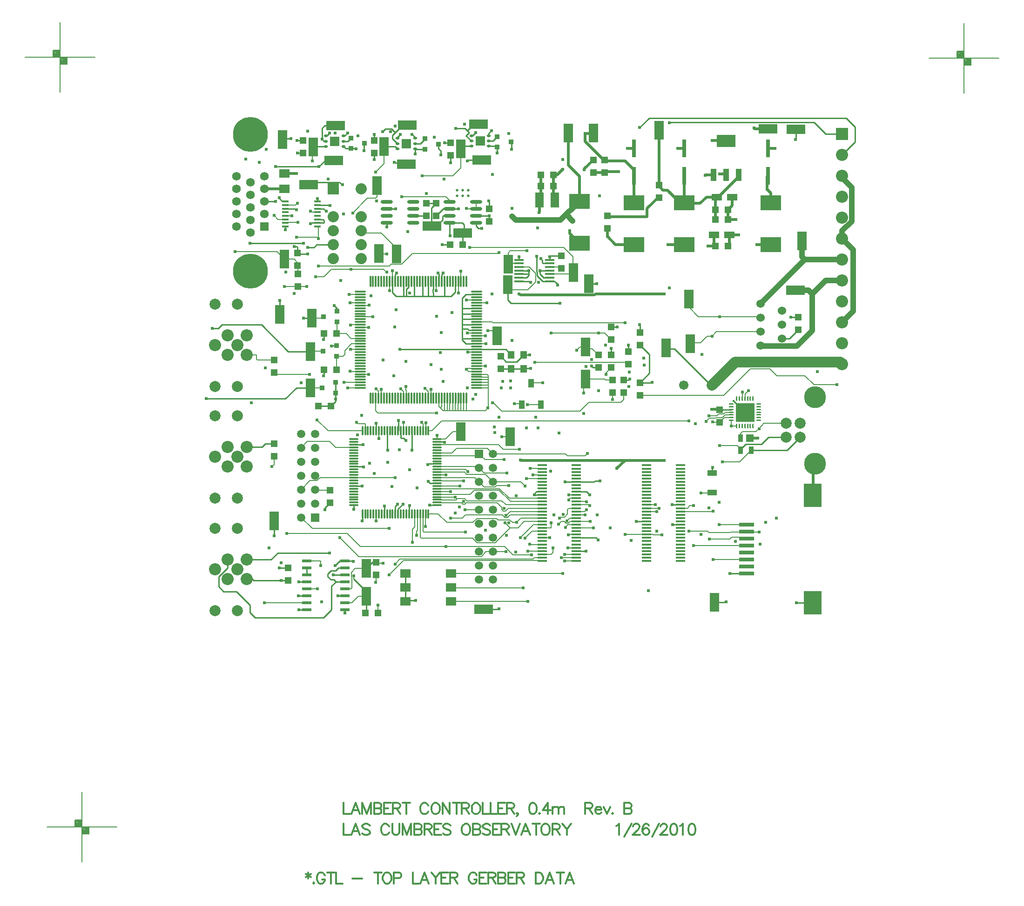
<source format=gtl>
%FSLAX23Y23*%
%MOIN*%
G70*
G01*
G75*
G04 Layer_Physical_Order=1*
G04 Layer_Color=255*
%ADD10R,0.070X0.135*%
%ADD11R,0.067X0.014*%
%ADD12R,0.050X0.015*%
%ADD13R,0.039X0.059*%
%ADD14R,0.050X0.050*%
%ADD15R,0.035X0.053*%
%ADD16R,0.053X0.053*%
%ADD17R,0.050X0.050*%
%ADD18O,0.087X0.024*%
%ADD19R,0.135X0.070*%
%ADD20R,0.030X0.125*%
%ADD21R,0.078X0.048*%
%ADD22R,0.067X0.040*%
%ADD23R,0.037X0.035*%
%ADD24R,0.037X0.035*%
%ADD25R,0.065X0.012*%
%ADD26R,0.065X0.024*%
%ADD27R,0.075X0.063*%
%ADD28R,0.063X0.106*%
%ADD29R,0.150X0.110*%
%ADD30O,0.028X0.018*%
%ADD31R,0.067X0.067*%
%ADD32R,0.125X0.170*%
%ADD33R,0.110X0.030*%
%ADD34O,0.083X0.012*%
%ADD35O,0.012X0.083*%
%ADD36R,0.138X0.085*%
%ADD37R,0.043X0.085*%
%ADD38R,0.043X0.085*%
%ADD39R,0.047X0.055*%
%ADD40O,0.012X0.071*%
%ADD41O,0.071X0.012*%
%ADD42R,0.075X0.059*%
%ADD43R,0.017X0.017*%
%ADD44R,0.134X0.134*%
%ADD45O,0.010X0.035*%
%ADD46O,0.035X0.010*%
%ADD47C,0.010*%
%ADD48C,0.040*%
%ADD49C,0.075*%
%ADD50C,0.005*%
%ADD51C,0.020*%
%ADD52C,0.012*%
%ADD53C,0.008*%
%ADD54C,0.012*%
%ADD55C,0.012*%
%ADD56C,0.080*%
%ADD57R,0.080X0.080*%
%ADD58C,0.067*%
%ADD59C,0.060*%
%ADD60C,0.020*%
%ADD61C,0.059*%
%ADD62R,0.059X0.059*%
%ADD63C,0.157*%
%ADD64C,0.079*%
%ADD65C,0.087*%
%ADD66R,0.087X0.087*%
%ADD67C,0.250*%
%ADD68R,0.062X0.062*%
%ADD69C,0.062*%
%ADD70C,0.030*%
%ADD71C,0.024*%
%ADD72C,0.028*%
D10*
X20094Y14852D02*
D03*
X21726Y12723D02*
D03*
X21630Y13447D02*
D03*
X20296Y13074D02*
D03*
X20306Y13574D02*
D03*
X20296Y13334D02*
D03*
X22178Y13900D02*
D03*
X20786Y14036D02*
D03*
X20911Y14034D02*
D03*
X20035Y12119D02*
D03*
X22289Y13820D02*
D03*
X23187Y11537D02*
D03*
X23004Y13709D02*
D03*
X23015Y13388D02*
D03*
X20694Y11778D02*
D03*
X22140Y14901D02*
D03*
X22320D02*
D03*
X22841Y13360D02*
D03*
X20694Y11578D02*
D03*
X22264Y13136D02*
D03*
Y13366D02*
D03*
X20316Y14801D02*
D03*
X20822Y14803D02*
D03*
X21370Y14785D02*
D03*
X20107Y13995D02*
D03*
X21708Y13814D02*
D03*
X21710Y13960D02*
D03*
X21371Y12759D02*
D03*
X20772Y14522D02*
D03*
X22790Y14921D02*
D03*
X23815Y14126D02*
D03*
X20075Y13601D02*
D03*
D11*
X21954Y12518D02*
D03*
Y12494D02*
D03*
Y12471D02*
D03*
Y12447D02*
D03*
Y12423D02*
D03*
Y12400D02*
D03*
Y12376D02*
D03*
Y12353D02*
D03*
Y12329D02*
D03*
Y12305D02*
D03*
Y12282D02*
D03*
Y12258D02*
D03*
Y12235D02*
D03*
Y12211D02*
D03*
Y12187D02*
D03*
Y12164D02*
D03*
Y12140D02*
D03*
Y12116D02*
D03*
Y12093D02*
D03*
Y12069D02*
D03*
Y12046D02*
D03*
Y12022D02*
D03*
Y11998D02*
D03*
Y11975D02*
D03*
Y11951D02*
D03*
Y11927D02*
D03*
Y11904D02*
D03*
Y11880D02*
D03*
Y11857D02*
D03*
Y11833D02*
D03*
X22198D02*
D03*
Y11857D02*
D03*
Y11880D02*
D03*
Y11904D02*
D03*
Y11927D02*
D03*
Y11951D02*
D03*
Y11975D02*
D03*
Y11998D02*
D03*
Y12022D02*
D03*
Y12046D02*
D03*
Y12069D02*
D03*
Y12093D02*
D03*
Y12116D02*
D03*
Y12140D02*
D03*
Y12164D02*
D03*
Y12187D02*
D03*
Y12211D02*
D03*
Y12235D02*
D03*
Y12258D02*
D03*
Y12282D02*
D03*
Y12305D02*
D03*
Y12329D02*
D03*
Y12353D02*
D03*
Y12376D02*
D03*
Y12400D02*
D03*
Y12423D02*
D03*
Y12447D02*
D03*
Y12471D02*
D03*
Y12494D02*
D03*
Y12518D02*
D03*
X22702Y11833D02*
D03*
X22946Y12518D02*
D03*
Y12494D02*
D03*
Y12471D02*
D03*
Y12447D02*
D03*
Y12423D02*
D03*
Y12400D02*
D03*
Y12376D02*
D03*
Y12353D02*
D03*
Y12329D02*
D03*
Y12305D02*
D03*
Y12282D02*
D03*
Y12258D02*
D03*
Y12235D02*
D03*
Y12211D02*
D03*
Y12187D02*
D03*
Y12164D02*
D03*
Y12140D02*
D03*
Y12116D02*
D03*
Y12093D02*
D03*
Y12069D02*
D03*
Y12046D02*
D03*
Y12022D02*
D03*
Y11998D02*
D03*
Y11975D02*
D03*
Y11951D02*
D03*
Y11927D02*
D03*
Y11904D02*
D03*
Y11880D02*
D03*
Y11857D02*
D03*
Y11833D02*
D03*
X22702Y11857D02*
D03*
Y11880D02*
D03*
Y11904D02*
D03*
Y11927D02*
D03*
Y11951D02*
D03*
Y11975D02*
D03*
Y11998D02*
D03*
Y12022D02*
D03*
Y12046D02*
D03*
Y12069D02*
D03*
Y12093D02*
D03*
Y12116D02*
D03*
Y12140D02*
D03*
Y12164D02*
D03*
Y12187D02*
D03*
Y12211D02*
D03*
Y12235D02*
D03*
Y12258D02*
D03*
Y12282D02*
D03*
Y12305D02*
D03*
Y12329D02*
D03*
Y12353D02*
D03*
Y12376D02*
D03*
Y12400D02*
D03*
Y12423D02*
D03*
Y12447D02*
D03*
Y12471D02*
D03*
Y12494D02*
D03*
Y12518D02*
D03*
D12*
X20114Y14408D02*
D03*
Y14383D02*
D03*
Y14357D02*
D03*
Y14332D02*
D03*
Y14306D02*
D03*
Y14281D02*
D03*
Y14255D02*
D03*
Y14229D02*
D03*
X20344Y14408D02*
D03*
Y14383D02*
D03*
Y14357D02*
D03*
Y14332D02*
D03*
Y14306D02*
D03*
Y14281D02*
D03*
Y14255D02*
D03*
Y14229D02*
D03*
D13*
X21945Y12954D02*
D03*
X21876Y13107D02*
D03*
X21807Y12954D02*
D03*
D14*
X20752Y14847D02*
D03*
Y14757D02*
D03*
X21576Y14357D02*
D03*
Y14267D02*
D03*
X21196Y14307D02*
D03*
Y14397D02*
D03*
X21126D02*
D03*
Y14307D02*
D03*
X22420Y14306D02*
D03*
Y14216D02*
D03*
X23789Y13580D02*
D03*
Y13490D02*
D03*
X20034Y13183D02*
D03*
Y13273D02*
D03*
X22320Y14616D02*
D03*
Y14706D02*
D03*
X20764Y11823D02*
D03*
Y11733D02*
D03*
X22458Y13128D02*
D03*
Y13038D02*
D03*
X23226Y12917D02*
D03*
Y12827D02*
D03*
X22790Y14436D02*
D03*
Y14526D02*
D03*
X22400Y14706D02*
D03*
Y14616D02*
D03*
X20205Y13800D02*
D03*
Y13890D02*
D03*
X22448Y13308D02*
D03*
Y13218D02*
D03*
X22538Y13038D02*
D03*
Y13128D02*
D03*
X22654Y13381D02*
D03*
Y13471D02*
D03*
X22570Y13243D02*
D03*
Y13333D02*
D03*
X22358Y13218D02*
D03*
Y13308D02*
D03*
X22654Y13111D02*
D03*
Y13021D02*
D03*
X20242Y14845D02*
D03*
Y14755D02*
D03*
X21299Y14831D02*
D03*
Y14741D02*
D03*
X20203Y14040D02*
D03*
Y13950D02*
D03*
X21658Y13208D02*
D03*
Y13298D02*
D03*
X22448Y13418D02*
D03*
Y13508D02*
D03*
X20034Y12583D02*
D03*
Y12673D02*
D03*
X20134Y11783D02*
D03*
Y11693D02*
D03*
X20435Y12249D02*
D03*
Y12339D02*
D03*
X22091Y14019D02*
D03*
Y13929D02*
D03*
D15*
X23376Y12714D02*
D03*
Y12627D02*
D03*
X23451D02*
D03*
D16*
X23443Y12714D02*
D03*
D17*
X20351Y12944D02*
D03*
X20441D02*
D03*
X20391Y13204D02*
D03*
X20481D02*
D03*
X20391Y13464D02*
D03*
X20481D02*
D03*
X23285Y14091D02*
D03*
X23195D02*
D03*
Y14351D02*
D03*
X23285D02*
D03*
X23195Y14281D02*
D03*
X23285D02*
D03*
X22035Y14521D02*
D03*
X21945D02*
D03*
X22035Y14601D02*
D03*
X21945D02*
D03*
X20689Y11458D02*
D03*
X20779D02*
D03*
X21384Y14098D02*
D03*
X21294D02*
D03*
D18*
X21030Y14257D02*
D03*
Y14307D02*
D03*
Y14357D02*
D03*
Y14407D02*
D03*
X20841Y14257D02*
D03*
Y14307D02*
D03*
Y14357D02*
D03*
Y14407D02*
D03*
X21480Y14257D02*
D03*
Y14307D02*
D03*
Y14357D02*
D03*
Y14407D02*
D03*
X21291Y14257D02*
D03*
Y14307D02*
D03*
Y14357D02*
D03*
Y14407D02*
D03*
D19*
X21386Y14182D02*
D03*
X21166Y14232D02*
D03*
X20475Y14953D02*
D03*
X23773Y14927D02*
D03*
X23769Y13774D02*
D03*
X20461Y14704D02*
D03*
X20983Y14677D02*
D03*
X21521Y14707D02*
D03*
X21497Y14963D02*
D03*
X20988Y14955D02*
D03*
X23570Y14931D02*
D03*
X20282Y14528D02*
D03*
X21536Y11487D02*
D03*
D20*
X22970Y14593D02*
D03*
Y14789D02*
D03*
X22610Y14593D02*
D03*
Y14789D02*
D03*
X23570Y14593D02*
D03*
Y14789D02*
D03*
D21*
X23295Y14171D02*
D03*
X23185D02*
D03*
X23205Y14441D02*
D03*
X23315D02*
D03*
D22*
X23173Y12464D02*
D03*
Y12322D02*
D03*
D23*
X20682Y14825D02*
D03*
X20584Y14863D02*
D03*
X21730Y14835D02*
D03*
X21632Y14873D02*
D03*
X20387Y13584D02*
D03*
X20485Y13547D02*
D03*
X21212Y14820D02*
D03*
X21114Y14858D02*
D03*
X20385Y13337D02*
D03*
X20483Y13300D02*
D03*
X20377Y13074D02*
D03*
X20475Y13037D02*
D03*
D24*
X20584Y14788D02*
D03*
X21632Y14798D02*
D03*
X20485Y13622D02*
D03*
X21114Y14783D02*
D03*
X20483Y13375D02*
D03*
X20475Y13112D02*
D03*
D25*
X21789Y13990D02*
D03*
Y13965D02*
D03*
Y13939D02*
D03*
Y13913D02*
D03*
Y13888D02*
D03*
Y13862D02*
D03*
Y13837D02*
D03*
X22007Y13990D02*
D03*
Y13965D02*
D03*
Y13939D02*
D03*
Y13913D02*
D03*
Y13888D02*
D03*
Y13862D02*
D03*
Y13837D02*
D03*
D26*
X20541Y11483D02*
D03*
Y11533D02*
D03*
Y11583D02*
D03*
Y11633D02*
D03*
Y11683D02*
D03*
Y11733D02*
D03*
Y11783D02*
D03*
Y11833D02*
D03*
X20267Y11483D02*
D03*
Y11533D02*
D03*
Y11583D02*
D03*
Y11633D02*
D03*
Y11683D02*
D03*
Y11733D02*
D03*
Y11783D02*
D03*
Y11833D02*
D03*
D27*
X20107Y14608D02*
D03*
Y14498D02*
D03*
D28*
X21935Y14421D02*
D03*
X22045D02*
D03*
D29*
X22220Y14411D02*
D03*
Y14111D02*
D03*
X23590Y14401D02*
D03*
Y14101D02*
D03*
X22970Y14401D02*
D03*
Y14101D02*
D03*
X22610Y14401D02*
D03*
Y14101D02*
D03*
D30*
X20406Y14879D02*
D03*
Y14841D02*
D03*
Y14804D02*
D03*
X20532D02*
D03*
Y14841D02*
D03*
Y14879D02*
D03*
X20919Y14862D02*
D03*
Y14824D02*
D03*
Y14787D02*
D03*
X21045D02*
D03*
Y14824D02*
D03*
Y14862D02*
D03*
X21447Y14880D02*
D03*
Y14842D02*
D03*
Y14805D02*
D03*
X21573D02*
D03*
Y14842D02*
D03*
Y14880D02*
D03*
D31*
X20469Y14841D02*
D03*
X20982Y14824D02*
D03*
X21510Y14842D02*
D03*
D32*
X23892Y11533D02*
D03*
Y12303D02*
D03*
D33*
X23417Y11743D02*
D03*
Y11793D02*
D03*
Y11843D02*
D03*
Y11893D02*
D03*
Y11943D02*
D03*
Y11993D02*
D03*
Y12043D02*
D03*
Y12093D02*
D03*
D34*
X21485Y13762D02*
D03*
Y13742D02*
D03*
Y13723D02*
D03*
Y13703D02*
D03*
Y13683D02*
D03*
Y13664D02*
D03*
Y13644D02*
D03*
Y13624D02*
D03*
Y13604D02*
D03*
Y13585D02*
D03*
Y13565D02*
D03*
Y13545D02*
D03*
Y13526D02*
D03*
Y13506D02*
D03*
Y13486D02*
D03*
Y13467D02*
D03*
Y13447D02*
D03*
Y13427D02*
D03*
Y13408D02*
D03*
Y13388D02*
D03*
Y13368D02*
D03*
Y13349D02*
D03*
Y13329D02*
D03*
Y13309D02*
D03*
Y13290D02*
D03*
Y13270D02*
D03*
Y13250D02*
D03*
Y13230D02*
D03*
Y13211D02*
D03*
Y13191D02*
D03*
Y13171D02*
D03*
Y13152D02*
D03*
Y13132D02*
D03*
Y13112D02*
D03*
Y13093D02*
D03*
Y13073D02*
D03*
X20651D02*
D03*
Y13093D02*
D03*
Y13112D02*
D03*
Y13132D02*
D03*
Y13152D02*
D03*
Y13171D02*
D03*
Y13191D02*
D03*
Y13211D02*
D03*
Y13230D02*
D03*
Y13250D02*
D03*
Y13270D02*
D03*
Y13290D02*
D03*
Y13309D02*
D03*
Y13329D02*
D03*
Y13349D02*
D03*
Y13368D02*
D03*
Y13388D02*
D03*
Y13408D02*
D03*
Y13427D02*
D03*
Y13447D02*
D03*
Y13467D02*
D03*
Y13486D02*
D03*
Y13506D02*
D03*
Y13526D02*
D03*
Y13545D02*
D03*
Y13565D02*
D03*
Y13585D02*
D03*
Y13604D02*
D03*
Y13624D02*
D03*
Y13644D02*
D03*
Y13664D02*
D03*
Y13683D02*
D03*
Y13703D02*
D03*
Y13723D02*
D03*
Y13742D02*
D03*
Y13762D02*
D03*
D35*
X21413Y13000D02*
D03*
X21393D02*
D03*
X21373D02*
D03*
X21354D02*
D03*
X21334D02*
D03*
X21314D02*
D03*
X21294D02*
D03*
X21275D02*
D03*
X21255D02*
D03*
X21235D02*
D03*
X21216D02*
D03*
X21196D02*
D03*
X21176D02*
D03*
X21157D02*
D03*
X21137D02*
D03*
X21117D02*
D03*
X21098D02*
D03*
X21078D02*
D03*
X21058D02*
D03*
X21039D02*
D03*
X21019D02*
D03*
X20999D02*
D03*
X20980D02*
D03*
X20960D02*
D03*
X20940D02*
D03*
X20920D02*
D03*
X20901D02*
D03*
X20881D02*
D03*
X20861D02*
D03*
X20842D02*
D03*
X20822D02*
D03*
X20802D02*
D03*
X20783D02*
D03*
X20763D02*
D03*
X20743D02*
D03*
X20724D02*
D03*
Y13835D02*
D03*
X20743D02*
D03*
X20763D02*
D03*
X20783D02*
D03*
X20802D02*
D03*
X20822D02*
D03*
X20842D02*
D03*
X20861D02*
D03*
X20881D02*
D03*
X20901D02*
D03*
X20920D02*
D03*
X20940D02*
D03*
X20960D02*
D03*
X20980D02*
D03*
X20999D02*
D03*
X21019D02*
D03*
X21039D02*
D03*
X21058D02*
D03*
X21078D02*
D03*
X21098D02*
D03*
X21117D02*
D03*
X21137D02*
D03*
X21157D02*
D03*
X21176D02*
D03*
X21196D02*
D03*
X21216D02*
D03*
X21235D02*
D03*
X21255D02*
D03*
X21275D02*
D03*
X21294D02*
D03*
X21314D02*
D03*
X21334D02*
D03*
X21354D02*
D03*
X21373D02*
D03*
X21393D02*
D03*
X21413D02*
D03*
D36*
X23270Y14844D02*
D03*
D37*
X23361Y14599D02*
D03*
X23180D02*
D03*
D38*
X23270D02*
D03*
D39*
X21822Y13311D02*
D03*
X21732D02*
D03*
Y13211D02*
D03*
X21822D02*
D03*
D40*
X20667Y12766D02*
D03*
X20687D02*
D03*
X20706D02*
D03*
X20726D02*
D03*
X20746D02*
D03*
X20765D02*
D03*
X20785D02*
D03*
X20805D02*
D03*
X20824D02*
D03*
X20844D02*
D03*
X20864D02*
D03*
X20883D02*
D03*
X20903D02*
D03*
X20923D02*
D03*
X20942D02*
D03*
X20962D02*
D03*
X20982D02*
D03*
X21002D02*
D03*
X21021D02*
D03*
X21041D02*
D03*
X21061D02*
D03*
X21080D02*
D03*
X21100D02*
D03*
X21120D02*
D03*
X21139D02*
D03*
Y12171D02*
D03*
X21120D02*
D03*
X21100D02*
D03*
X21080D02*
D03*
X21061D02*
D03*
X21041D02*
D03*
X21021D02*
D03*
X21002D02*
D03*
X20982D02*
D03*
X20962D02*
D03*
X20942D02*
D03*
X20923D02*
D03*
X20903D02*
D03*
X20883D02*
D03*
X20864D02*
D03*
X20844D02*
D03*
X20824D02*
D03*
X20805D02*
D03*
X20785D02*
D03*
X20765D02*
D03*
X20746D02*
D03*
X20726D02*
D03*
X20706D02*
D03*
X20687D02*
D03*
X20667D02*
D03*
D41*
X21200Y12705D02*
D03*
Y12685D02*
D03*
Y12665D02*
D03*
Y12646D02*
D03*
Y12626D02*
D03*
Y12606D02*
D03*
Y12587D02*
D03*
Y12567D02*
D03*
Y12547D02*
D03*
Y12528D02*
D03*
Y12508D02*
D03*
Y12488D02*
D03*
Y12468D02*
D03*
Y12449D02*
D03*
Y12429D02*
D03*
Y12409D02*
D03*
Y12390D02*
D03*
Y12370D02*
D03*
Y12350D02*
D03*
Y12331D02*
D03*
Y12311D02*
D03*
Y12291D02*
D03*
Y12272D02*
D03*
Y12252D02*
D03*
Y12232D02*
D03*
X20606D02*
D03*
Y12252D02*
D03*
Y12272D02*
D03*
Y12291D02*
D03*
Y12311D02*
D03*
Y12331D02*
D03*
Y12350D02*
D03*
Y12370D02*
D03*
Y12390D02*
D03*
Y12409D02*
D03*
Y12429D02*
D03*
Y12449D02*
D03*
Y12468D02*
D03*
Y12488D02*
D03*
Y12508D02*
D03*
Y12528D02*
D03*
Y12547D02*
D03*
Y12567D02*
D03*
Y12587D02*
D03*
Y12606D02*
D03*
Y12626D02*
D03*
Y12646D02*
D03*
Y12665D02*
D03*
Y12685D02*
D03*
Y12705D02*
D03*
D42*
X21301Y11543D02*
D03*
Y11643D02*
D03*
Y11743D02*
D03*
X20974Y11543D02*
D03*
Y11643D02*
D03*
Y11743D02*
D03*
D43*
X23324Y12980D02*
D03*
D44*
X23407Y12897D02*
D03*
D45*
X23348Y12996D02*
D03*
X23368D02*
D03*
X23387D02*
D03*
X23407D02*
D03*
X23427D02*
D03*
X23446D02*
D03*
X23466D02*
D03*
Y12799D02*
D03*
X23446D02*
D03*
X23427D02*
D03*
X23407D02*
D03*
X23387D02*
D03*
X23368D02*
D03*
X23348D02*
D03*
D46*
X23506Y12957D02*
D03*
Y12937D02*
D03*
Y12917D02*
D03*
Y12897D02*
D03*
Y12878D02*
D03*
Y12858D02*
D03*
Y12838D02*
D03*
X23309D02*
D03*
Y12858D02*
D03*
Y12878D02*
D03*
Y12897D02*
D03*
Y12917D02*
D03*
Y12937D02*
D03*
Y12957D02*
D03*
D47*
X24130Y15007D02*
X24195Y14942D01*
Y14836D02*
Y14942D01*
X24102Y14743D02*
X24195Y14836D01*
X23984Y14893D02*
X24102D01*
X23800Y12719D02*
X23801D01*
X23708Y12627D02*
X23800Y12719D01*
X23451Y12627D02*
X23708D01*
X23575Y12719D02*
X23702D01*
X19634Y13498D02*
X19661Y13525D01*
X19944D01*
X20135Y13334D01*
X19700Y11782D02*
Y11842D01*
X19637Y11719D02*
X19700Y11782D01*
X19637Y11650D02*
Y11719D01*
Y11650D02*
X19673Y11614D01*
X19765D01*
X19863Y11516D01*
Y11462D02*
Y11516D01*
Y11462D02*
X19899Y11426D01*
X20042Y14409D02*
X20044Y14411D01*
X20901Y13886D02*
X20912Y13897D01*
X20901Y13835D02*
Y13886D01*
X21381Y13497D02*
Y13715D01*
X21383Y13644D02*
X21485D01*
X21383Y13604D02*
X21485D01*
X21383Y13565D02*
X21485D01*
X21382Y13526D02*
X21485D01*
X21381Y13497D02*
X21419D01*
X21381Y13415D02*
Y13497D01*
X21419D02*
X21430Y13486D01*
X21485D01*
X21382Y13427D02*
X21485D01*
X21409Y13388D02*
X21485D01*
X21381Y13415D02*
X21409Y13388D01*
X21381Y13715D02*
X21408Y13742D01*
X21485D01*
X21038Y13728D02*
X21302D01*
X21255Y13728D02*
Y13835D01*
X21176Y13781D02*
Y13835D01*
X21173Y13757D02*
X21176Y13754D01*
X21173Y13757D02*
Y13778D01*
X21176Y13781D01*
Y13732D02*
Y13754D01*
X21137Y13730D02*
Y13835D01*
X21098Y13730D02*
Y13835D01*
X21038Y13728D02*
X21039Y13729D01*
X20982Y13728D02*
X21038D01*
X21039Y13729D02*
Y13835D01*
X20982Y13728D02*
Y13778D01*
X20909Y13728D02*
X20982D01*
Y13778D02*
X20999Y13795D01*
Y13835D01*
X20960Y13730D02*
Y13835D01*
X20881D02*
X20881Y13835D01*
Y13756D02*
Y13835D01*
Y13756D02*
X20909Y13728D01*
X21302D02*
X21333Y13759D01*
Y13834D01*
X21334Y13835D01*
X20289Y14510D02*
X20326Y14547D01*
X20501D01*
X20520Y14528D01*
X20526D01*
X20338Y14098D02*
X20457D01*
X20320Y14080D02*
X20338Y14098D01*
X20275Y14080D02*
X20320D01*
X20114Y14206D02*
Y14229D01*
X20185Y14357D02*
X20194Y14348D01*
X20114Y14357D02*
X20185D01*
X20076Y14427D02*
X20095Y14408D01*
X20114D01*
X20344Y14430D02*
X20344Y14430D01*
Y14408D02*
Y14430D01*
Y14255D02*
X20390D01*
X20392Y14257D01*
Y14273D01*
X20385Y14281D02*
X20392Y14273D01*
X20344Y14281D02*
X20385D01*
X20301Y14255D02*
X20344D01*
X20294Y14248D02*
X20301Y14255D01*
X20344Y14357D02*
X20388D01*
X20407Y14338D01*
X20344Y14383D02*
X20430D01*
X20434Y14378D01*
X20104Y14848D02*
X20114Y14858D01*
X20154D01*
X21208Y13897D02*
X21216Y13890D01*
Y13835D02*
Y13890D01*
X21235Y13886D02*
X21245Y13895D01*
X21235Y13835D02*
Y13886D01*
X20419Y11721D02*
Y11741D01*
Y11721D02*
X20443Y11698D01*
X20463D02*
X20477Y11683D01*
X20443Y11698D02*
X20463D01*
X20495Y11783D02*
X20541D01*
X20476Y11764D02*
X20495Y11783D01*
X20442Y11764D02*
X20476D01*
X20419Y11741D02*
X20442Y11764D01*
X20267Y11733D02*
Y11783D01*
X20458Y11733D02*
X20541D01*
X20060Y11888D02*
X20431D01*
X20013Y11842D02*
X20060Y11888D01*
X19879Y11842D02*
X20013D01*
X19879Y11703D02*
X19888Y11693D01*
X20086D01*
X20134D01*
X20472Y11800D02*
X20505Y11833D01*
X20541D01*
X20209Y11582D02*
X20210Y11583D01*
X20267D01*
X20491D02*
X20541D01*
Y11460D02*
X20542Y11458D01*
X20541Y11460D02*
Y11483D01*
X20210D02*
X20267D01*
X20446Y11652D02*
X20477Y11683D01*
X20446Y11483D02*
Y11652D01*
X20605Y11702D02*
Y11706D01*
Y11702D02*
X20694Y11613D01*
X23161Y13093D02*
X23169D01*
X22900Y13354D02*
X23161Y13093D01*
X22847Y13354D02*
X22900D01*
X22841Y13360D02*
X22847Y13354D01*
X19593Y13498D02*
X19634D01*
X20135Y13334D02*
X20296D01*
X19973Y12673D02*
X20034D01*
X19947Y12648D02*
X19973Y12673D01*
X19879Y12648D02*
X19947D01*
X19736Y11838D02*
X19739Y11842D01*
X22267Y11904D02*
X22268Y11904D01*
X22198Y11904D02*
X22267D01*
X21708Y13702D02*
X21730Y13680D01*
X22082D01*
X22117Y12399D02*
X22118Y12400D01*
X22198D01*
X22884Y12235D02*
X22946D01*
X22888Y12093D02*
X22946D01*
X20942Y12713D02*
X20942Y12714D01*
Y12766D01*
X20672Y12665D02*
X20672Y12665D01*
X20606Y12665D02*
X20672D01*
X20674Y12508D02*
X20675Y12506D01*
X20606Y12508D02*
X20674D01*
X20665Y12370D02*
X20665Y12370D01*
X20606Y12370D02*
X20665D01*
X20824Y12226D02*
X20825Y12226D01*
X20824Y12171D02*
Y12226D01*
X21149Y12232D02*
X21149Y12232D01*
X21200D01*
X21136Y12524D02*
X21139Y12528D01*
X21200D01*
X20923Y12766D02*
X20924Y12767D01*
Y12839D01*
X20936Y13349D02*
X20937Y13349D01*
X21412D01*
X21413Y13350D01*
X21484D01*
X21485Y13349D01*
X21695D01*
X21732Y13311D01*
X21823Y13212D02*
X21872D01*
X21822Y13211D02*
X21823Y13212D01*
X21732Y13211D02*
X21822D01*
X21658Y13298D02*
X21695Y13261D01*
X21822Y13311D02*
X21864D01*
X21772Y13261D02*
X21822Y13311D01*
X21695Y13261D02*
X21772D01*
X21658Y13208D02*
X21661Y13211D01*
X21732D01*
X22627Y12116D02*
X22627Y12116D01*
X22702D01*
X22356Y11984D02*
X22356D01*
X22342Y11998D02*
X22356Y11984D01*
X22198Y11998D02*
X22342D01*
X22327Y12400D02*
X22332Y12405D01*
X22198Y12400D02*
X22327D01*
X22332Y12405D02*
X22369D01*
X22273Y12329D02*
X22296Y12305D01*
X22198Y12329D02*
X22273D01*
X21237Y14099D02*
X21238Y14098D01*
X21294D01*
X21386Y14100D02*
Y14182D01*
X20199Y14845D02*
X20242D01*
X20201Y14756D02*
X20202Y14755D01*
X20242D01*
X20752Y14888D02*
X20753Y14889D01*
X20752Y14847D02*
Y14888D01*
Y14712D02*
X20753Y14711D01*
X20752Y14712D02*
Y14757D01*
X21254Y14831D02*
X21299D01*
Y14686D02*
Y14741D01*
X20410Y14879D02*
X20431Y14899D01*
X20406Y14879D02*
X20410D01*
X20396Y14953D02*
X20475D01*
X20377Y14934D02*
X20396Y14953D01*
X20377Y14856D02*
Y14934D01*
Y14856D02*
X20392Y14841D01*
X20406D01*
X20344Y14804D02*
X20406D01*
X20533Y14840D02*
X20561D01*
X20584Y14863D01*
X20622Y14788D02*
X20623Y14787D01*
X20584Y14788D02*
X20622D01*
X20532Y14804D02*
X20548Y14788D01*
X20584D01*
X20400Y14704D02*
X20461D01*
X20355Y14659D02*
X20400Y14704D01*
X20678Y14772D02*
Y14821D01*
X22448Y13308D02*
Y13357D01*
X22654Y13111D02*
X22722Y13179D01*
Y13313D01*
X22654Y13381D02*
X22722Y13313D01*
X21196Y14307D02*
X21201Y14312D01*
X21196Y14307D02*
X21246Y14357D01*
X21291D01*
X21396Y14182D02*
Y14242D01*
X21291Y14167D02*
Y14257D01*
Y14167D02*
X21296Y14162D01*
X21576Y14357D02*
Y14407D01*
X21571Y14412D02*
X21576Y14407D01*
X21497Y14217D02*
X21521D01*
X21480Y14234D02*
X21497Y14217D01*
X21480Y14234D02*
Y14257D01*
X21291Y14357D02*
X21356D01*
X21196Y14232D02*
X21241Y14277D01*
Y14302D01*
X21246Y14307D01*
X21291D01*
X21381Y14257D02*
X21396Y14242D01*
X21291Y14257D02*
X21381D01*
X20841Y14227D02*
X20841Y14228D01*
Y14257D01*
X21161Y14237D02*
Y14362D01*
X21196Y14397D01*
X21126D02*
X21196D01*
X21030Y14307D02*
X21126D01*
X20541Y11833D02*
X20598D01*
X20600Y11831D01*
X20214Y11683D02*
X20267D01*
X20213Y11682D02*
X20214Y11683D01*
X20031Y12677D02*
X20034Y12673D01*
X19899Y11426D02*
X20389D01*
X20446Y11483D01*
X20477Y11683D02*
X20541D01*
X20694Y11578D02*
Y11613D01*
Y11463D02*
Y11578D01*
X20689Y11458D02*
X20694Y11463D01*
X20739Y11823D02*
X20764D01*
X20694Y11778D02*
X20739Y11823D01*
X20903Y14803D02*
X20919Y14787D01*
X20822Y14803D02*
X20903D01*
X21045Y14862D02*
Y14869D01*
Y14862D02*
Y14869D01*
X21023Y14891D02*
X21045Y14869D01*
X21114Y14856D02*
Y14858D01*
X21082Y14824D02*
X21114Y14856D01*
X21045Y14824D02*
X21082D01*
X21049Y14783D02*
X21114D01*
X21044Y14778D02*
X21049Y14783D01*
X21044Y14749D02*
X21048Y14745D01*
X21044Y14749D02*
Y14778D01*
X20974Y14686D02*
X20983Y14677D01*
X20898Y14686D02*
X20974D01*
X20894Y14690D02*
X20898Y14686D01*
X20532Y14879D02*
X20539D01*
X20560Y14899D01*
X20883Y14860D02*
X20919Y14824D01*
X20883Y14860D02*
Y14882D01*
X20956Y14955D02*
X20988D01*
X20919Y14862D02*
Y14868D01*
X20939Y14888D01*
X20811Y14909D02*
X20831Y14929D01*
X20876D01*
X20903Y14903D01*
X20883Y14882D02*
X20903Y14902D01*
X20956Y14955D01*
X20903Y14902D02*
Y14903D01*
X21227Y14744D02*
Y14772D01*
X21212Y14787D02*
Y14820D01*
Y14787D02*
X21227Y14772D01*
X21735Y14783D02*
Y14831D01*
X21419Y14700D02*
X21426Y14707D01*
X21521D01*
X21447Y14880D02*
X21456D01*
X21479Y14903D01*
X21409Y14880D02*
X21447Y14842D01*
X21336Y14933D02*
X21400D01*
X21409Y14880D02*
X21431Y14902D01*
X21390Y14805D02*
X21447D01*
X21370Y14785D02*
X21390Y14805D01*
X21573D02*
X21625D01*
X21632Y14798D01*
Y14768D02*
Y14798D01*
Y14768D02*
X21632Y14767D01*
Y14757D02*
Y14767D01*
X21601Y14842D02*
X21632Y14873D01*
X21573Y14842D02*
X21601D01*
X21573Y14880D02*
Y14898D01*
X21591Y14916D01*
X21464Y14963D02*
X21497D01*
X21417Y14917D02*
X21431Y14902D01*
X21400Y14933D02*
X21417Y14917D01*
X21464Y14963D01*
X23671Y13426D02*
X23725D01*
X23789Y13490D01*
X23736Y13580D02*
X23789D01*
X23734Y13578D02*
X23736Y13580D01*
X21897Y12305D02*
X21897Y12305D01*
X21913Y12329D02*
X21954D01*
X21897Y12314D02*
X21913Y12329D01*
X21897Y12305D02*
X21954D01*
X23774Y11533D02*
X23877D01*
X23187Y11537D02*
X23267D01*
X23270Y11540D01*
X23299Y11743D02*
X23391D01*
X23392Y11742D01*
X23526Y12670D02*
X23575Y12719D01*
X23413Y12670D02*
X23526D01*
X23376Y12633D02*
X23413Y12670D01*
X23376Y12627D02*
Y12633D01*
X23226Y12917D02*
X23309D01*
X21536Y11487D02*
X21643D01*
X21644Y11488D01*
X20035Y12014D02*
Y12119D01*
X20034Y12013D02*
X20035Y12014D01*
X20399Y12213D02*
X20435Y12249D01*
X20399Y12198D02*
Y12213D01*
X20391Y13160D02*
Y13204D01*
X20389Y13158D02*
X20391Y13160D01*
X20475Y13037D02*
Y13112D01*
X20474Y13036D02*
X20475Y13037D01*
X20474Y12993D02*
Y13036D01*
Y12977D02*
Y12993D01*
X20441Y12944D02*
X20474Y12977D01*
X20351Y12944D02*
X20441D01*
X20446Y13375D02*
X20483D01*
X20444Y13373D02*
X20446Y13375D01*
X20391Y13420D02*
Y13464D01*
X20389Y13418D02*
X20391Y13420D01*
X20485Y13622D02*
Y13642D01*
X20464Y13663D02*
X20485Y13642D01*
X20075Y13601D02*
Y13698D01*
X20074Y13698D02*
X20075Y13698D01*
X23173Y12464D02*
Y12502D01*
X23174Y12503D01*
X21200Y12685D02*
X21253D01*
X21254Y12683D01*
X20765Y12766D02*
Y12817D01*
X20764Y12818D02*
X20765Y12817D01*
X21153Y12390D02*
X21200D01*
X21139Y12403D02*
X21153Y12390D01*
X21002Y12171D02*
Y12226D01*
X21004Y12228D01*
X20903Y12171D02*
Y12222D01*
X20919Y12238D01*
X20667Y12121D02*
Y12171D01*
X20664Y12118D02*
X20667Y12121D01*
X22289Y13820D02*
X22342D01*
X22344Y13818D01*
X22007Y13990D02*
Y14012D01*
X21965Y13862D02*
X22007D01*
X21939Y13888D02*
X21965Y13862D01*
X21939Y13888D02*
Y13913D01*
X22007D01*
X21789Y13862D02*
X21843D01*
X21859Y13878D01*
X21859Y13913D02*
X21859Y13913D01*
X21789Y13913D02*
X21859D01*
X21789Y13888D02*
X21859D01*
X21859Y13878D02*
Y13888D01*
Y13913D01*
X21859Y13888D02*
X21859Y13888D01*
X21789Y13990D02*
Y14013D01*
X23773Y14857D02*
Y14927D01*
X23769Y14853D02*
X23773Y14857D01*
X20923Y12171D02*
Y12206D01*
X20958Y12241D01*
X20606Y12205D02*
Y12232D01*
X20605Y12204D02*
X20606Y12205D01*
X22318Y13218D02*
X22358D01*
X22307Y13229D02*
X22318Y13218D01*
X22538Y13128D02*
X22573D01*
X22580Y13135D01*
X22654Y13111D02*
X22739D01*
X22740Y13112D01*
X22570Y13333D02*
X22573Y13336D01*
Y13380D01*
X22448Y13508D02*
X22491D01*
X22654Y13471D02*
Y13526D01*
X22653Y13527D02*
X22654Y13526D01*
X22653Y14938D02*
X22722Y15007D01*
X24130D01*
X22866Y14974D02*
X22867Y14975D01*
X23902D01*
X23984Y14893D01*
X21575Y14306D02*
Y14307D01*
Y14306D02*
X21576Y14306D01*
Y14267D02*
Y14306D01*
X21480Y14307D02*
X21575D01*
X20841Y14357D02*
X20903D01*
X20904Y14356D01*
X20044Y14659D02*
X20355D01*
X20044Y14659D02*
X20044Y14659D01*
X19965Y14409D02*
X20042D01*
X19964Y14411D02*
X19965Y14409D01*
X19547Y12995D02*
X20115D01*
X20194Y13074D01*
X20296D01*
Y13334D02*
X20299Y13337D01*
X19861Y14110D02*
X20245D01*
X20244Y13572D02*
X20307D01*
X20309Y13574D01*
X21708Y13702D02*
Y13777D01*
X21789Y13837D02*
X21864D01*
X21872Y13828D01*
X20178Y14085D02*
X20197D01*
X20203Y14079D01*
Y14040D02*
Y14079D01*
Y14040D02*
X20209Y14034D01*
X20275D01*
X21957Y13837D02*
X22007D01*
X21919Y13875D02*
X21957Y13837D01*
X21919Y13875D02*
Y13901D01*
X21914Y13905D02*
X21919Y13901D01*
X21914Y13905D02*
Y14017D01*
X22007Y13837D02*
X22044D01*
X22045Y13836D01*
Y13834D02*
Y13836D01*
Y13834D02*
X22050Y13829D01*
X22052D01*
X22066Y13815D01*
Y13811D02*
Y13815D01*
X21944Y13999D02*
X21956Y13987D01*
Y13969D02*
Y13987D01*
Y13969D02*
X21961Y13965D01*
X22007D01*
X20974Y11543D02*
X20979Y11548D01*
X21047D01*
X20974Y11543D02*
Y11743D01*
X21021Y12626D02*
Y12766D01*
X21021Y12766D01*
X20844Y12631D02*
X20847Y12627D01*
X20844Y12631D02*
Y12766D01*
X20942Y12713D02*
X20960D01*
X20977Y12696D01*
X23324Y12980D02*
X23407Y12897D01*
X20070Y11783D02*
X20134D01*
X22007Y14012D02*
X22015Y14019D01*
X22091D01*
D48*
X23984Y13843D02*
X24102D01*
X22085Y14276D02*
X22220Y14411D01*
X22127Y14315D02*
X22170Y14271D01*
X21766Y14276D02*
X22085D01*
X21738Y14304D02*
X21766Y14276D01*
X23815Y14013D02*
Y14126D01*
Y14013D02*
X23835Y13993D01*
X23888Y13747D02*
X23984Y13843D01*
X23835Y13993D02*
X24102D01*
X23888Y13482D02*
Y13747D01*
X23778Y13372D02*
X23888Y13482D01*
X23522Y13372D02*
X23778D01*
X23518Y13376D02*
X23522Y13372D01*
X23769Y13774D02*
X23861D01*
X23888Y13747D01*
X23518Y13676D02*
X23835Y13993D01*
X24102Y13543D02*
X24183Y13624D01*
Y14062D01*
X24102Y14143D02*
X24183Y14062D01*
X24102Y14143D02*
Y14198D01*
X24170Y14266D01*
Y14511D01*
X24102Y14578D02*
X24170Y14511D01*
X24102Y14578D02*
Y14593D01*
D49*
X23334Y13258D02*
X24087D01*
X24102Y13243D01*
X23169Y13093D02*
X23334Y13258D01*
D50*
X23309Y12799D02*
X23348D01*
X23543Y12818D02*
X23702D01*
X23220Y12092D02*
X23417D01*
X23302Y12036D02*
X23304Y12038D01*
X23148Y12036D02*
X23302D01*
X23406Y12004D02*
X23417Y11993D01*
X23312Y12004D02*
X23406D01*
X23299Y11991D02*
X23312Y12004D01*
X23266Y11991D02*
X23299D01*
X23150D02*
X23266D01*
X19839Y13309D02*
X19906D01*
X19907Y13307D01*
Y13280D02*
Y13307D01*
X20786Y14036D02*
X20788Y14034D01*
X20841D01*
X20819Y13923D02*
X20840Y13902D01*
X20586Y13923D02*
X20819D01*
X20597Y14326D02*
X20703Y14432D01*
X20772Y14442D02*
Y14522D01*
X20762Y14432D02*
X20772Y14442D01*
X20703Y14432D02*
X20762D01*
X20162Y14306D02*
X20162Y14306D01*
X20114Y14306D02*
X20162D01*
X20446Y13923D02*
X20586D01*
X20393Y13870D02*
X20446Y13923D01*
X20332Y13870D02*
X20393D01*
X20295Y14339D02*
X20303Y14332D01*
X20344D01*
Y14229D02*
X20351Y14223D01*
Y14143D02*
Y14223D01*
X20342Y14152D02*
X20351Y14143D01*
X20196Y14152D02*
X20342D01*
X20188Y14383D02*
X20202Y14397D01*
X20114Y14383D02*
X20188D01*
X20351Y13947D02*
X20860D01*
X20873Y13960D01*
X20062Y14281D02*
X20114D01*
X20034Y14308D02*
X20062Y14281D01*
X20114Y14255D02*
X20118Y14258D01*
X20204D01*
X20476Y12646D02*
X20606D01*
X20432Y12690D02*
X20476Y12646D01*
X20273Y12690D02*
X20432D01*
X20228Y12644D02*
X20273Y12690D01*
X21876Y13107D02*
X21880Y13111D01*
X21958D01*
X21954Y11880D02*
X22019D01*
X22032Y11893D01*
Y11925D01*
X21847Y12954D02*
X21848Y12954D01*
X21945D01*
X21802Y12958D02*
X21807Y12954D01*
X21755Y12958D02*
X21802D01*
X21674Y12632D02*
X21790D01*
X21641Y12665D02*
X21674Y12632D01*
X21262Y12665D02*
X21641D01*
X21262Y12665D02*
X21262Y12665D01*
X21201Y12665D02*
X21262D01*
X21200Y12665D02*
X21201Y12665D01*
X21666Y12723D02*
X21726D01*
X21665Y12723D02*
X21666Y12723D01*
X21594Y13484D02*
X21630Y13447D01*
X21566Y13484D02*
X21594D01*
X20536Y13112D02*
X20651D01*
X20535Y13112D02*
X20536Y13112D01*
X20563Y13073D02*
X20651D01*
X20563Y13073D02*
X20563Y13073D01*
X21868Y12496D02*
X21952D01*
X21954Y12494D01*
X21868Y12496D02*
Y12497D01*
X21954Y12448D02*
X21954Y12447D01*
X21889Y12448D02*
X21954D01*
X21850Y13777D02*
X21907Y13834D01*
X21603Y12970D02*
X21666Y12907D01*
X22289Y12970D02*
X22517D01*
X22226Y12907D02*
X22289Y12970D01*
X20615Y11778D02*
X20694D01*
X20587Y11750D02*
X20615Y11778D01*
X20587Y11719D02*
Y11750D01*
Y11719D02*
X20591Y11714D01*
Y11639D02*
Y11714D01*
X20585Y11633D02*
X20591Y11639D01*
X20541Y11633D02*
X20585D01*
X20592Y11533D02*
X20637Y11578D01*
X20694D01*
X20541Y11533D02*
X20592D01*
X20369Y11800D02*
Y11830D01*
X20366Y11833D02*
X20369Y11830D01*
X20267Y11833D02*
X20366D01*
X20267Y11633D02*
X20346D01*
X20034Y13183D02*
X20049Y13168D01*
X20287D01*
X19964Y11533D02*
X20267D01*
X23444Y13211D02*
X23585D01*
X23254Y13021D02*
X23444Y13211D01*
X22654Y13021D02*
X23254D01*
X23585Y13211D02*
X23635Y13161D01*
X23900Y13095D02*
X24065D01*
X23834Y13161D02*
X23900Y13095D01*
X22115Y11833D02*
X22116Y11833D01*
X22198D01*
X22092Y11855D02*
X22093Y11857D01*
X22198D01*
X21200Y12449D02*
X21201Y12449D01*
X21266D01*
Y11936D02*
X21685D01*
X20652D02*
X21266D01*
X20126Y12030D02*
X20558D01*
X20652Y11936D01*
X21744Y11877D02*
X21879D01*
X21685Y11936D02*
X21744Y11877D01*
X22114Y11879D02*
X22115Y11880D01*
X22198D01*
X21301Y11743D02*
X22103D01*
X22139Y11925D02*
X22141Y11927D01*
X22198D01*
X23389Y12998D02*
Y13042D01*
X20911Y14034D02*
Y14073D01*
X20801Y14183D02*
X20911Y14073D01*
X20663Y14183D02*
X20801D01*
X20506Y12000D02*
X20642Y11864D01*
X21517D01*
X21552Y11899D01*
X22144Y12022D02*
X22198D01*
X22410Y13181D02*
X22448Y13218D01*
X22410Y13169D02*
Y13181D01*
X22320Y12069D02*
X22320Y12069D01*
X22198Y12069D02*
X22320D01*
X21060Y12171D02*
X21061Y12171D01*
X21060Y12052D02*
Y12171D01*
X21054Y12046D02*
X21060Y12052D01*
X21054Y12017D02*
Y12046D01*
X22121Y12074D02*
X22139Y12093D01*
X22198D01*
Y12116D02*
X22199Y12115D01*
X22297D01*
X22073Y12097D02*
X22092Y12116D01*
X22112D01*
X22125Y12103D01*
X22141D01*
X22154Y12116D01*
X22198D01*
X21100Y12045D02*
Y12171D01*
Y12045D02*
X21104Y12040D01*
X21404D01*
X21403Y12199D02*
X21404Y12200D01*
X21502D01*
X22133Y12121D02*
X22152Y12140D01*
X22198D01*
X21473Y12429D02*
X21502Y12400D01*
X21200Y12429D02*
X21473D01*
X21502Y12400D02*
X21538Y12364D01*
X21617D01*
X21627Y12374D01*
X21715D01*
X21200Y12587D02*
X21516D01*
X21544Y12558D01*
X21681D01*
X21119Y12171D02*
X21120Y12171D01*
X21119Y12080D02*
Y12171D01*
X21202Y12289D02*
X21331D01*
X21200Y12370D02*
X21201Y12369D01*
X21364D01*
X22272Y12258D02*
X22273Y12257D01*
X22198Y12258D02*
X22272D01*
X21200Y12409D02*
X21202Y12407D01*
X21392D01*
X22146Y12270D02*
Y12273D01*
X22154Y12282D01*
X22198D01*
X23039Y11943D02*
X23417D01*
X23038Y12228D02*
X23039Y12229D01*
X23011Y12228D02*
X23038D01*
X22994Y12211D02*
X23011Y12228D01*
X22946Y12211D02*
X22994D01*
X22763Y12235D02*
X22764Y12235D01*
X22702Y12235D02*
X22763D01*
X22702Y12211D02*
X22793D01*
X23006Y12047D02*
X23137D01*
X23148Y12036D01*
X22773Y12187D02*
X22775Y12185D01*
X22702Y12187D02*
X22773D01*
X21597Y13545D02*
X21602Y13540D01*
X21613D02*
X22547D01*
X21602D02*
X21613D01*
X21485Y13545D02*
X21597D01*
X22547Y12022D02*
X22548Y12022D01*
X22702D01*
X23178Y11844D02*
X23417D01*
X23178Y12187D02*
X23179Y12188D01*
X22946Y12187D02*
X23178D01*
X23093Y12319D02*
X23170D01*
X22752Y12022D02*
X22752Y12021D01*
X22702Y12022D02*
X22752D01*
X21841Y12422D02*
X21842Y12423D01*
X21954D01*
X22145Y12305D02*
X22145Y12305D01*
X22198D01*
X22457Y12989D02*
X22458Y12990D01*
Y13038D01*
X20481Y13204D02*
X20483Y13207D01*
Y13300D01*
X20527D01*
X20541Y13314D01*
Y13341D01*
X20588Y13388D01*
X20651D01*
X20491Y13463D02*
X20550D01*
X20586Y13427D01*
X20651D01*
X20485Y13469D02*
Y13547D01*
X20578Y13193D02*
X20580Y13191D01*
X20651D01*
X20581Y13348D02*
X20581Y13349D01*
X20651D01*
X20583Y13524D02*
X20584Y13526D01*
X20651D01*
X20578Y13683D02*
X20578Y13683D01*
X20651D01*
X20880Y13913D02*
X20881Y13912D01*
Y13835D02*
Y13912D01*
X21372Y13908D02*
X21373Y13907D01*
Y13835D02*
Y13907D01*
X21558Y13683D02*
X21558Y13683D01*
X21485Y13683D02*
X21558D01*
X21546Y13447D02*
X21547Y13445D01*
X21485Y13447D02*
X21546D01*
X21551Y13388D02*
X21551Y13388D01*
X21485Y13388D02*
X21551D01*
X21549Y13230D02*
X21549Y13230D01*
X21485Y13230D02*
X21549D01*
X21477Y13151D02*
X21567D01*
X21476Y13132D02*
X21566D01*
X21477Y13112D02*
X21567D01*
X21475Y13092D02*
X21565D01*
X21476Y13073D02*
X21566D01*
X21411Y12911D02*
Y13001D01*
X21392Y12911D02*
Y13001D01*
X21372Y12911D02*
Y13001D01*
X21353Y12911D02*
Y13001D01*
X21333Y12910D02*
Y13000D01*
X21314Y12911D02*
Y13001D01*
X21293Y12911D02*
Y13001D01*
X21274Y12910D02*
Y13000D01*
X21245Y12910D02*
X21547D01*
X21255Y12910D02*
Y13000D01*
X21226Y12930D02*
X21245Y12910D01*
X21216Y12940D02*
X21226Y12930D01*
X21235Y12940D01*
Y13000D01*
X21216Y12940D02*
Y13000D01*
X21547Y12910D02*
X21565Y12928D01*
X21567Y12930D01*
Y13162D01*
X21558Y13171D02*
X21567Y13162D01*
X21485Y13171D02*
X21558D01*
X21413Y13000D02*
X21414Y13002D01*
X21114Y13070D02*
X21137Y13047D01*
Y13000D02*
Y13047D01*
X21137Y13000D02*
X21137Y13000D01*
X20940Y13066D02*
X20960Y13047D01*
Y13000D02*
Y13047D01*
X20764Y13066D02*
X20783Y13048D01*
Y13000D02*
Y13048D01*
X20803Y13001D02*
Y13063D01*
X20802Y13000D02*
X20803Y13001D01*
X20710Y13171D02*
X20710Y13171D01*
X20651Y13171D02*
X20710D01*
X20712Y13506D02*
X20713Y13507D01*
X20651Y13506D02*
X20712D01*
X20711Y13664D02*
X20714Y13666D01*
X20651Y13664D02*
X20711D01*
X20860Y13771D02*
X20861Y13773D01*
Y13835D01*
X21194Y13769D02*
X21196Y13771D01*
Y13835D01*
X21354Y13755D02*
Y13835D01*
Y13755D02*
X21354Y13754D01*
X21411Y13702D02*
X21412Y13703D01*
X21485D01*
X21419Y13467D02*
X21420Y13467D01*
X21485D01*
X21422Y13329D02*
X21423Y13329D01*
X21485D01*
X21413Y13207D02*
X21429Y13191D01*
X21485D01*
X21423Y13212D02*
X21484D01*
X21418Y13207D02*
X21423Y13212D01*
X21413Y13207D02*
X21418D01*
X21158Y13002D02*
Y13062D01*
X20978Y13057D02*
Y13082D01*
X20980Y13000D02*
Y13056D01*
X20779Y11458D02*
Y11513D01*
X20777Y11515D02*
X20779Y11513D01*
X20764Y11682D02*
Y11733D01*
X20763Y11681D02*
X20764Y11682D01*
X21718Y12282D02*
X21954D01*
X21649Y12350D02*
X21718Y12282D01*
X21200Y12350D02*
X21649D01*
X21694Y12235D02*
X21954D01*
X21664Y12264D02*
X21694Y12235D01*
X21201Y12271D02*
X21339D01*
X21413Y12264D02*
X21664D01*
X21400Y12278D02*
X21413Y12264D01*
X21346Y12278D02*
X21400D01*
X21339Y12271D02*
X21346Y12278D01*
X21200Y12272D02*
X21201Y12271D01*
X21710Y12211D02*
X21954D01*
X21690Y12191D02*
X21710Y12211D01*
X21674Y12191D02*
X21690D01*
X21664Y12202D02*
X21674Y12191D01*
X21664Y12202D02*
Y12217D01*
X21632Y12248D02*
X21664Y12217D01*
X21407Y12248D02*
X21632D01*
X21400Y12241D02*
X21407Y12248D01*
X21384Y12241D02*
X21400D01*
X21377Y12248D02*
X21384Y12241D01*
X21204Y12248D02*
X21377D01*
X21200Y12252D02*
X21204Y12248D01*
X21724Y12187D02*
X21954D01*
X21697Y12160D02*
X21724Y12187D01*
X21696Y12160D02*
X21697D01*
X21702Y12464D02*
X21702Y12464D01*
X21538Y12464D02*
X21702D01*
X21502Y12500D02*
X21538Y12464D01*
X21200Y12508D02*
X21495D01*
X21502Y12500D01*
X21725Y12164D02*
X21954D01*
X21704Y12142D02*
X21725Y12164D01*
X21688Y12142D02*
X21704D01*
X21667Y12164D02*
X21688Y12142D01*
X21406Y12164D02*
X21667D01*
X21382Y12139D02*
X21406Y12164D01*
X21298Y12139D02*
X21382D01*
X21200Y12311D02*
X21437D01*
X21467Y12341D01*
X21645D01*
X21729Y12258D01*
X21954D01*
X21201Y12331D02*
X21298D01*
X21200Y12331D02*
X21201Y12331D01*
X21802Y12140D02*
X21954D01*
X21770Y12108D02*
X21802Y12140D01*
X21723Y12126D02*
X21740Y12108D01*
X21638Y12126D02*
X21723D01*
X21628Y12136D02*
X21638Y12126D01*
X21487Y12136D02*
X21628D01*
X21459Y12108D02*
X21487Y12136D01*
X21272Y12108D02*
X21459D01*
X21209Y12171D02*
X21272Y12108D01*
X21139Y12171D02*
X21209D01*
X21740Y12108D02*
X21770D01*
X21826Y12116D02*
X21954D01*
X21780Y12070D02*
X21826Y12116D01*
X21724Y12070D02*
X21780D01*
X21687Y12107D02*
X21724Y12070D01*
X21456Y11995D02*
X21487Y11964D01*
X21618D01*
X21089Y11995D02*
X21456D01*
X21080Y12004D02*
X21089Y11995D01*
X21080Y12004D02*
Y12171D01*
X21618Y11964D02*
X21724Y12070D01*
X21892Y12093D02*
X21954D01*
X21798Y11998D02*
X21892Y12093D01*
X21026Y11967D02*
Y12061D01*
X21041Y12076D01*
Y12171D01*
X21954Y12069D02*
X22016D01*
X22017Y12070D01*
Y12107D01*
X21404Y12488D02*
X21420Y12472D01*
X21200Y12488D02*
X21404D01*
X21882Y12046D02*
X21954D01*
X21833Y11996D02*
X21882Y12046D01*
X21801Y12400D02*
X21832Y12369D01*
X21602Y12400D02*
X21801D01*
X21549Y12454D02*
X21602Y12400D01*
X21412Y12454D02*
X21549D01*
X21398Y12468D02*
X21412Y12454D01*
X21200Y12468D02*
X21398D01*
X21954Y11998D02*
X22009D01*
X22009Y11998D01*
X23407Y13031D02*
X23430Y13054D01*
X23407Y12996D02*
Y13031D01*
X21867Y11951D02*
X21954D01*
X21865Y11952D02*
X21867Y11951D01*
X21304Y11640D02*
X21819D01*
X21301Y11643D02*
X21304Y11640D01*
X21852Y11904D02*
X21954D01*
X21852Y11903D02*
X21852Y11904D01*
X21302Y11542D02*
X21852D01*
X21897Y11857D02*
X21954D01*
X21887Y11846D02*
X21897Y11857D01*
X20936Y11846D02*
X21887D01*
X20900Y11810D02*
X20936Y11846D01*
X20343Y12408D02*
X20364Y12429D01*
X20292Y12408D02*
X20343D01*
X20228Y12344D02*
X20292Y12408D01*
X20364Y12429D02*
X20902D01*
X21950Y11836D02*
X21954Y11833D01*
X20961Y11836D02*
X21950D01*
X20859Y11734D02*
X20961Y11836D01*
X20307Y12065D02*
X20859D01*
X20228Y12144D02*
X20307Y12065D01*
X21726Y14057D02*
X21844D01*
X21710Y14041D02*
X21726Y14057D01*
X21710Y13960D02*
Y14041D01*
Y13960D02*
X21714Y13965D01*
X21789D01*
X22400Y13466D02*
X22448Y13418D01*
X22017Y13466D02*
X22359D01*
X22400D01*
X21602Y12600D02*
X22122D01*
X22136Y12586D01*
X22260D01*
X22278Y12603D01*
X21562Y12640D02*
X21602Y12600D01*
X21343Y12640D02*
X21562D01*
X21309Y12606D02*
X21343Y12640D01*
X21200Y12606D02*
X21309D01*
X23304Y12038D02*
X23509D01*
X23389Y12758D02*
X23484D01*
X23376Y12745D02*
X23389Y12758D01*
X23376Y12714D02*
Y12745D01*
X23507Y12781D02*
X23543Y12818D01*
X23309Y12838D02*
X23309Y12838D01*
X23484Y12758D02*
X23507Y12781D01*
X23309Y12799D02*
X23309Y12798D01*
X23309Y12799D02*
Y12838D01*
X23257Y12858D02*
X23309D01*
X23226Y12827D02*
X23257Y12858D01*
X23175Y12827D02*
X23226D01*
X23174Y12828D02*
X23175Y12827D01*
X23265Y12897D02*
X23309D01*
X23254Y12886D02*
X23265Y12897D01*
X23217Y12886D02*
X23254D01*
X23204Y12873D02*
X23217Y12886D01*
X23149Y12873D02*
X23204D01*
X23244Y12543D02*
X23367D01*
X23451Y12627D01*
X23264Y12878D02*
X23309D01*
X23245Y12859D02*
X23264Y12878D01*
X23198Y12859D02*
X23245D01*
X23194Y12855D02*
X23198Y12859D01*
X23151Y12855D02*
X23194D01*
X23129Y12833D02*
X23151Y12855D01*
X23224Y12658D02*
X23350D01*
X23376Y12633D01*
X20369Y11533D02*
X20374Y11538D01*
X20034Y12523D02*
Y12583D01*
X20019Y12508D02*
X20034Y12523D01*
X20333Y12339D02*
X20435D01*
X20328Y12344D02*
X20333Y12339D01*
X20296Y13074D02*
X20377D01*
X19914Y13273D02*
X20034D01*
X19907Y13280D02*
X19914Y13273D01*
X20299Y13337D02*
X20385D01*
X20377Y13574D02*
X20387Y13584D01*
X20111Y13800D02*
X20205D01*
X20109Y13798D02*
X20111Y13800D01*
X20177Y13995D02*
X20205Y13967D01*
X20107Y13995D02*
X20177D01*
X20205Y13890D02*
Y13967D01*
X19754Y14048D02*
X20054D01*
X20107Y13995D01*
X20205Y13800D02*
X20267D01*
X20269Y13798D01*
X20949Y14443D02*
X21264D01*
X21291Y14417D01*
Y14407D02*
Y14417D01*
X21552Y11899D02*
X21696D01*
X20873Y13960D02*
X20949D01*
X21025Y14036D01*
X21637D01*
X21644Y14043D01*
X21200Y12705D02*
X21260D01*
X21315Y12759D01*
X21371D01*
X21200Y12705D02*
Y12733D01*
X21200Y12733D02*
X21200Y12733D01*
X20777Y12893D02*
X21199D01*
X20763Y12908D02*
X20777Y12893D01*
X20763Y12908D02*
Y13000D01*
X21139Y12766D02*
X21165D01*
X21236Y12836D01*
X21870D01*
X23004D01*
X23005Y12835D01*
X23170Y13444D02*
X23202Y13476D01*
X23518D01*
X23135Y13444D02*
X23170D01*
X23087Y13396D02*
X23135Y13444D01*
X23007Y13396D02*
X23087D01*
X21120Y12766D02*
Y12824D01*
X21120Y12824D01*
X23226Y13583D02*
X23511D01*
X23007Y13648D02*
Y13681D01*
Y13648D02*
X23072Y13583D01*
X23226D01*
X21100Y12766D02*
Y12817D01*
X21090Y12826D02*
X21100Y12817D01*
X21095Y14592D02*
X21314D01*
X21370Y14648D01*
Y14785D01*
X20962Y12766D02*
Y12826D01*
X20963Y12826D01*
X20763Y14621D02*
X20822Y14680D01*
Y14803D01*
X20785Y12712D02*
Y12766D01*
Y12712D02*
X20785Y12711D01*
X20687Y12766D02*
Y12815D01*
X20636D02*
X20687D01*
X20625Y12825D02*
X20636Y12815D01*
X20572Y13742D02*
X20651D01*
X20651Y13742D01*
X22252Y13036D02*
Y13124D01*
X22264Y13136D01*
X22400D01*
X22408Y13128D01*
X22458D01*
X20420Y12766D02*
X20667D01*
X20343Y12842D02*
X20420Y12766D01*
X20309Y14700D02*
Y14794D01*
X20316Y14801D01*
X20605Y11706D02*
Y11726D01*
X20765Y12118D02*
Y12171D01*
X20770Y11817D02*
X20816D01*
X20764Y11823D02*
X20770Y11817D01*
X22538Y12991D02*
Y13038D01*
X22517Y12970D02*
X22538Y12991D01*
X21666Y12907D02*
X22226D01*
X21599Y12966D02*
X21603Y12970D01*
X23635Y13161D02*
X23834D01*
X22558Y13255D02*
X22570Y13243D01*
X21902Y13255D02*
X22558D01*
X22277Y13354D02*
X22312D01*
X22264Y13366D02*
X22277Y13354D01*
X22224Y13366D02*
X22264D01*
X22200Y13342D02*
X22224Y13366D01*
X22312Y13354D02*
X22358Y13308D01*
X20652Y13583D02*
X20740D01*
X20651Y13585D02*
X20652Y13583D01*
X21411Y14360D02*
X21414Y14357D01*
X21480D01*
Y14407D01*
X20306Y13574D02*
X20309D01*
X20377D01*
X21708Y13777D02*
X21850D01*
X21907Y13834D02*
Y13892D01*
X21867Y13932D02*
X21907Y13892D01*
X21867Y13932D02*
X21867D01*
X21860Y13939D02*
X21867Y13932D01*
X21789Y13939D02*
X21860D01*
X22752Y12021D02*
X22812D01*
X22198Y12164D02*
X22262D01*
X22263Y12164D01*
X22268Y12198D02*
X22272Y12201D01*
X22258Y12187D02*
X22272Y12201D01*
X22198Y12187D02*
X22258D01*
X22288Y12235D02*
X22294Y12228D01*
X22198Y12235D02*
X22288D01*
X22078Y12140D02*
Y12144D01*
X22081Y12147D01*
X22114D01*
X22135Y12168D01*
Y12201D01*
X22145Y12211D01*
X22198D01*
X22007Y13888D02*
X22166D01*
X22174Y13896D01*
X22107Y14079D02*
X22174Y14012D01*
X21436Y14079D02*
X22107D01*
X22174Y13896D02*
Y14012D01*
X22007Y13939D02*
X22082D01*
X22091Y13929D01*
D51*
X23894Y12417D02*
Y12527D01*
Y12303D02*
Y12417D01*
X22260Y14839D02*
X22400Y14699D01*
X22970Y14401D02*
X22975Y14396D01*
X23085D01*
X23130Y14441D01*
X23205D01*
X23195Y14431D02*
X23205Y14441D01*
X23195Y14351D02*
Y14431D01*
X23470Y14936D02*
X23475Y14931D01*
X23570D01*
X23618Y14789D02*
X23620Y14791D01*
X23570Y14789D02*
X23618D01*
X23565Y14496D02*
Y14588D01*
Y14496D02*
X23590Y14471D01*
Y14401D02*
Y14471D01*
X23490Y14101D02*
X23590D01*
X23295Y14171D02*
X23360D01*
X23295Y14101D02*
Y14171D01*
X23285Y14281D02*
X23340D01*
X23285D02*
Y14351D01*
X23315Y14381D01*
Y14441D01*
X23120Y14596D02*
X23123Y14599D01*
X23180D01*
X23215Y14441D02*
X23361Y14587D01*
Y14599D01*
X23205Y14441D02*
X23215D01*
X23195Y14281D02*
Y14351D01*
X22705Y14359D02*
X22790Y14444D01*
X22705Y14301D02*
Y14359D01*
X22505Y14301D02*
X22705D01*
X22425D02*
X22505D01*
X23185Y14441D02*
X23205D01*
X23170Y14846D02*
X23267D01*
X23270Y14844D01*
X23225Y14606D02*
X23263D01*
X23270Y14599D01*
X23185Y14101D02*
Y14171D01*
Y14101D02*
X23195Y14091D01*
X23140D02*
X23195D01*
X23180Y14577D02*
Y14599D01*
X23285Y14281D02*
X23295Y14271D01*
X23285Y14091D02*
X23295Y14101D01*
X22855D02*
X22970D01*
X22925Y14791D02*
X22968D01*
X22970Y14789D01*
Y14401D02*
Y14593D01*
X22940Y14401D02*
X22970D01*
X22818Y14491D02*
X22850D01*
X22790Y14519D02*
X22818Y14491D01*
X22790Y14519D02*
Y14921D01*
X22565Y14791D02*
X22567Y14789D01*
X22610D01*
X22256Y14636D02*
Y14642D01*
X22320Y14706D01*
X22610Y14593D02*
Y14637D01*
Y14401D02*
Y14593D01*
X22400Y14699D02*
X22549D01*
X22610Y14637D01*
X22420Y14159D02*
X22478Y14101D01*
X22610D01*
X22420Y14159D02*
Y14216D01*
X22260Y14839D02*
Y14895D01*
X22400Y14624D02*
X22502D01*
X22393Y14616D02*
X22400Y14624D01*
X22320Y14616D02*
X22393D01*
X22314Y14895D02*
X22320Y14901D01*
X22260Y14895D02*
X22314D01*
X22060Y14601D02*
X22100Y14641D01*
X22035Y14601D02*
X22060D01*
X22140Y14671D02*
Y14901D01*
Y14671D02*
X22220Y14591D01*
Y14411D02*
Y14591D01*
X22150Y14181D02*
Y14201D01*
Y14181D02*
X22220Y14111D01*
X22190Y14411D02*
X22220D01*
X22035Y14521D02*
Y14601D01*
Y14432D02*
Y14521D01*
Y14432D02*
X22045Y14421D01*
X21945Y14432D02*
Y14601D01*
X21930Y14331D02*
X21935Y14336D01*
Y14421D01*
X21945Y14432D01*
X19967Y14498D02*
X20107D01*
Y14608D02*
X20194D01*
X23169Y12918D02*
X23225D01*
X23443Y12714D02*
X23499D01*
X23499Y12713D01*
X22850Y14491D02*
X22867Y14474D01*
X22940Y14401D01*
X22547Y12554D02*
X22828D01*
X22488Y12495D02*
X22547Y12554D01*
X21800D02*
X22547D01*
X21799Y12555D02*
X21800Y12554D01*
X21789Y13746D02*
X21797Y13739D01*
X22329D02*
X22337Y13746D01*
X22829D01*
X21797Y13739D02*
X21872D01*
X22329D01*
D52*
X20279Y9600D02*
Y9555D01*
X20260Y9589D02*
X20298Y9566D01*
Y9589D02*
X20260Y9566D01*
X20318Y9528D02*
X20315Y9524D01*
X20318Y9520D01*
X20322Y9524D01*
X20318Y9528D01*
X20397Y9581D02*
X20393Y9589D01*
X20385Y9597D01*
X20378Y9600D01*
X20363D01*
X20355Y9597D01*
X20347Y9589D01*
X20344Y9581D01*
X20340Y9570D01*
Y9551D01*
X20344Y9540D01*
X20347Y9532D01*
X20355Y9524D01*
X20363Y9520D01*
X20378D01*
X20385Y9524D01*
X20393Y9532D01*
X20397Y9540D01*
Y9551D01*
X20378D02*
X20397D01*
X20442Y9600D02*
Y9520D01*
X20415Y9600D02*
X20468D01*
X20478D02*
Y9520D01*
X20524D01*
X20595Y9555D02*
X20664D01*
X20777Y9600D02*
Y9520D01*
X20750Y9600D02*
X20804D01*
X20836D02*
X20828Y9597D01*
X20821Y9589D01*
X20817Y9581D01*
X20813Y9570D01*
Y9551D01*
X20817Y9540D01*
X20821Y9532D01*
X20828Y9524D01*
X20836Y9520D01*
X20851D01*
X20859Y9524D01*
X20866Y9532D01*
X20870Y9540D01*
X20874Y9551D01*
Y9570D01*
X20870Y9581D01*
X20866Y9589D01*
X20859Y9597D01*
X20851Y9600D01*
X20836D01*
X20893Y9559D02*
X20927D01*
X20938Y9562D01*
X20942Y9566D01*
X20946Y9574D01*
Y9585D01*
X20942Y9593D01*
X20938Y9597D01*
X20927Y9600D01*
X20893D01*
Y9520D01*
X21027Y9600D02*
Y9520D01*
X21073D01*
X21142D02*
X21112Y9600D01*
X21081Y9520D01*
X21093Y9547D02*
X21131D01*
X21161Y9600D02*
X21191Y9562D01*
Y9520D01*
X21222Y9600D02*
X21191Y9562D01*
X21282Y9600D02*
X21232D01*
Y9520D01*
X21282D01*
X21232Y9562D02*
X21263D01*
X21295Y9600D02*
Y9520D01*
Y9600D02*
X21329D01*
X21341Y9597D01*
X21344Y9593D01*
X21348Y9585D01*
Y9578D01*
X21344Y9570D01*
X21341Y9566D01*
X21329Y9562D01*
X21295D01*
X21322D02*
X21348Y9520D01*
X21486Y9581D02*
X21482Y9589D01*
X21475Y9597D01*
X21467Y9600D01*
X21452D01*
X21444Y9597D01*
X21437Y9589D01*
X21433Y9581D01*
X21429Y9570D01*
Y9551D01*
X21433Y9540D01*
X21437Y9532D01*
X21444Y9524D01*
X21452Y9520D01*
X21467D01*
X21475Y9524D01*
X21482Y9532D01*
X21486Y9540D01*
Y9551D01*
X21467D02*
X21486D01*
X21554Y9600D02*
X21504D01*
Y9520D01*
X21554D01*
X21504Y9562D02*
X21535D01*
X21567Y9600D02*
Y9520D01*
Y9600D02*
X21602D01*
X21613Y9597D01*
X21617Y9593D01*
X21621Y9585D01*
Y9578D01*
X21617Y9570D01*
X21613Y9566D01*
X21602Y9562D01*
X21567D01*
X21594D02*
X21621Y9520D01*
X21638Y9600D02*
Y9520D01*
Y9600D02*
X21673D01*
X21684Y9597D01*
X21688Y9593D01*
X21692Y9585D01*
Y9578D01*
X21688Y9570D01*
X21684Y9566D01*
X21673Y9562D01*
X21638D02*
X21673D01*
X21684Y9559D01*
X21688Y9555D01*
X21692Y9547D01*
Y9536D01*
X21688Y9528D01*
X21684Y9524D01*
X21673Y9520D01*
X21638D01*
X21759Y9600D02*
X21710D01*
Y9520D01*
X21759D01*
X21710Y9562D02*
X21740D01*
X21773Y9600D02*
Y9520D01*
Y9600D02*
X21807D01*
X21818Y9597D01*
X21822Y9593D01*
X21826Y9585D01*
Y9578D01*
X21822Y9570D01*
X21818Y9566D01*
X21807Y9562D01*
X21773D01*
X21799D02*
X21826Y9520D01*
X21907Y9600D02*
Y9520D01*
Y9600D02*
X21933D01*
X21945Y9597D01*
X21952Y9589D01*
X21956Y9581D01*
X21960Y9570D01*
Y9551D01*
X21956Y9540D01*
X21952Y9532D01*
X21945Y9524D01*
X21933Y9520D01*
X21907D01*
X22039D02*
X22008Y9600D01*
X21978Y9520D01*
X21989Y9547D02*
X22027D01*
X22084Y9600D02*
Y9520D01*
X22057Y9600D02*
X22111D01*
X22181Y9520D02*
X22151Y9600D01*
X22120Y9520D01*
X22132Y9547D02*
X22170D01*
D53*
X24726Y15436D02*
X25226D01*
X24976Y15186D02*
Y15686D01*
X24926Y15486D02*
X24926Y15436D01*
X24926Y15486D02*
X24976Y15486D01*
X25026Y15436D02*
X25026Y15386D01*
X24976Y15386D02*
X25026Y15386D01*
X24981Y15431D02*
X25021D01*
Y15391D02*
Y15431D01*
X24981Y15391D02*
X25021D01*
X24981D02*
Y15431D01*
X24986Y15426D02*
X25016D01*
Y15396D02*
Y15426D01*
X24986Y15396D02*
X25016D01*
X24986D02*
Y15421D01*
X24991D02*
X25011D01*
X25011Y15401D01*
X24991Y15401D02*
X25011Y15401D01*
X24991Y15401D02*
Y15416D01*
X24996Y15416D02*
X25006Y15416D01*
Y15406D02*
Y15416D01*
X24996Y15406D02*
X25006D01*
X24996D02*
X24996Y15416D01*
Y15411D02*
X25006D01*
X24931Y15481D02*
X24971D01*
Y15441D02*
Y15481D01*
X24931Y15441D02*
X24971D01*
X24931D02*
Y15481D01*
X24936Y15476D02*
X24966D01*
Y15446D02*
Y15476D01*
X24936Y15446D02*
X24966D01*
X24936D02*
Y15471D01*
X24941D02*
X24961Y15471D01*
Y15451D02*
Y15471D01*
X24941Y15451D02*
X24961D01*
X24941D02*
Y15466D01*
X24946D02*
X24956D01*
X24956Y15456D02*
X24956Y15466D01*
X24946Y15456D02*
X24956Y15456D01*
X24946Y15456D02*
Y15466D01*
Y15461D02*
X24956D01*
X18250Y15444D02*
X18750D01*
X18500Y15194D02*
Y15694D01*
X18450Y15494D02*
X18450Y15444D01*
X18450Y15494D02*
X18500Y15494D01*
X18550Y15444D02*
X18550Y15394D01*
X18500Y15394D02*
X18550Y15394D01*
X18505Y15439D02*
X18545D01*
Y15399D02*
Y15439D01*
X18505Y15399D02*
X18545D01*
X18505D02*
Y15439D01*
X18510Y15434D02*
X18540D01*
Y15404D02*
Y15434D01*
X18510Y15404D02*
X18540D01*
X18510D02*
Y15429D01*
X18515D02*
X18535D01*
X18535Y15409D01*
X18515Y15409D02*
X18535Y15409D01*
X18515Y15409D02*
Y15424D01*
X18520Y15424D02*
X18530Y15424D01*
Y15414D02*
Y15424D01*
X18520Y15414D02*
X18530D01*
X18520D02*
X18520Y15424D01*
Y15419D02*
X18530D01*
X18455Y15489D02*
X18495D01*
Y15449D02*
Y15489D01*
X18455Y15449D02*
X18495D01*
X18455D02*
Y15489D01*
X18460Y15484D02*
X18490D01*
Y15454D02*
Y15484D01*
X18460Y15454D02*
X18490D01*
X18460D02*
Y15479D01*
X18465D02*
X18485Y15479D01*
Y15459D02*
Y15479D01*
X18465Y15459D02*
X18485D01*
X18465D02*
Y15474D01*
X18470D02*
X18480D01*
X18480Y15464D02*
X18480Y15474D01*
X18470Y15464D02*
X18480Y15464D01*
X18470Y15464D02*
Y15474D01*
Y15469D02*
X18480D01*
X18407Y9927D02*
X18907D01*
X18657Y9677D02*
Y10177D01*
X18607Y9977D02*
X18607Y9927D01*
X18607Y9977D02*
X18657Y9977D01*
X18707Y9927D02*
X18707Y9877D01*
X18657Y9877D02*
X18707Y9877D01*
X18662Y9922D02*
X18702D01*
Y9882D02*
Y9922D01*
X18662Y9882D02*
X18702D01*
X18662D02*
Y9922D01*
X18667Y9917D02*
X18697D01*
Y9887D02*
Y9917D01*
X18667Y9887D02*
X18697D01*
X18667D02*
Y9912D01*
X18672D02*
X18692D01*
X18692Y9892D01*
X18672Y9892D02*
X18692Y9892D01*
X18672Y9892D02*
Y9907D01*
X18677Y9907D02*
X18687Y9907D01*
Y9897D02*
Y9907D01*
X18677Y9897D02*
X18687D01*
X18677D02*
X18677Y9907D01*
Y9902D02*
X18687D01*
X18612Y9972D02*
X18652D01*
Y9932D02*
Y9972D01*
X18612Y9932D02*
X18652D01*
X18612D02*
Y9972D01*
X18617Y9967D02*
X18647D01*
Y9937D02*
Y9967D01*
X18617Y9937D02*
X18647D01*
X18617D02*
Y9962D01*
X18622D02*
X18642Y9962D01*
Y9942D02*
Y9962D01*
X18622Y9942D02*
X18642D01*
X18622D02*
Y9957D01*
X18627D02*
X18637D01*
X18637Y9947D02*
X18637Y9957D01*
X18627Y9947D02*
X18637Y9947D01*
X18627Y9947D02*
Y9957D01*
Y9952D02*
X18637D01*
D54*
X20532Y9948D02*
Y9868D01*
X20578D01*
X20648D02*
X20617Y9948D01*
X20587Y9868D01*
X20598Y9895D02*
X20636D01*
X20720Y9937D02*
X20712Y9944D01*
X20700Y9948D01*
X20685D01*
X20674Y9944D01*
X20666Y9937D01*
Y9929D01*
X20670Y9921D01*
X20674Y9918D01*
X20681Y9914D01*
X20704Y9906D01*
X20712Y9902D01*
X20716Y9899D01*
X20720Y9891D01*
Y9879D01*
X20712Y9872D01*
X20700Y9868D01*
X20685D01*
X20674Y9872D01*
X20666Y9879D01*
X20857Y9929D02*
X20854Y9937D01*
X20846Y9944D01*
X20838Y9948D01*
X20823D01*
X20816Y9944D01*
X20808Y9937D01*
X20804Y9929D01*
X20800Y9918D01*
Y9899D01*
X20804Y9887D01*
X20808Y9879D01*
X20816Y9872D01*
X20823Y9868D01*
X20838D01*
X20846Y9872D01*
X20854Y9879D01*
X20857Y9887D01*
X20880Y9948D02*
Y9891D01*
X20884Y9879D01*
X20891Y9872D01*
X20903Y9868D01*
X20910D01*
X20922Y9872D01*
X20929Y9879D01*
X20933Y9891D01*
Y9948D01*
X20955D02*
Y9868D01*
Y9948D02*
X20986Y9868D01*
X21016Y9948D02*
X20986Y9868D01*
X21016Y9948D02*
Y9868D01*
X21039Y9948D02*
Y9868D01*
Y9948D02*
X21073D01*
X21085Y9944D01*
X21089Y9940D01*
X21092Y9933D01*
Y9925D01*
X21089Y9918D01*
X21085Y9914D01*
X21073Y9910D01*
X21039D02*
X21073D01*
X21085Y9906D01*
X21089Y9902D01*
X21092Y9895D01*
Y9883D01*
X21089Y9876D01*
X21085Y9872D01*
X21073Y9868D01*
X21039D01*
X21110Y9948D02*
Y9868D01*
Y9948D02*
X21145D01*
X21156Y9944D01*
X21160Y9940D01*
X21164Y9933D01*
Y9925D01*
X21160Y9918D01*
X21156Y9914D01*
X21145Y9910D01*
X21110D01*
X21137D02*
X21164Y9868D01*
X21231Y9948D02*
X21182D01*
Y9868D01*
X21231D01*
X21182Y9910D02*
X21212D01*
X21298Y9937D02*
X21290Y9944D01*
X21279Y9948D01*
X21263D01*
X21252Y9944D01*
X21244Y9937D01*
Y9929D01*
X21248Y9921D01*
X21252Y9918D01*
X21260Y9914D01*
X21282Y9906D01*
X21290Y9902D01*
X21294Y9899D01*
X21298Y9891D01*
Y9879D01*
X21290Y9872D01*
X21279Y9868D01*
X21263D01*
X21252Y9872D01*
X21244Y9879D01*
X21401Y9948D02*
X21394Y9944D01*
X21386Y9937D01*
X21382Y9929D01*
X21378Y9918D01*
Y9899D01*
X21382Y9887D01*
X21386Y9879D01*
X21394Y9872D01*
X21401Y9868D01*
X21417D01*
X21424Y9872D01*
X21432Y9879D01*
X21436Y9887D01*
X21439Y9899D01*
Y9918D01*
X21436Y9929D01*
X21432Y9937D01*
X21424Y9944D01*
X21417Y9948D01*
X21401D01*
X21458D02*
Y9868D01*
Y9948D02*
X21492D01*
X21504Y9944D01*
X21508Y9940D01*
X21511Y9933D01*
Y9925D01*
X21508Y9918D01*
X21504Y9914D01*
X21492Y9910D01*
X21458D02*
X21492D01*
X21504Y9906D01*
X21508Y9902D01*
X21511Y9895D01*
Y9883D01*
X21508Y9876D01*
X21504Y9872D01*
X21492Y9868D01*
X21458D01*
X21583Y9937D02*
X21575Y9944D01*
X21564Y9948D01*
X21548D01*
X21537Y9944D01*
X21529Y9937D01*
Y9929D01*
X21533Y9921D01*
X21537Y9918D01*
X21544Y9914D01*
X21567Y9906D01*
X21575Y9902D01*
X21579Y9899D01*
X21583Y9891D01*
Y9879D01*
X21575Y9872D01*
X21564Y9868D01*
X21548D01*
X21537Y9872D01*
X21529Y9879D01*
X21650Y9948D02*
X21600D01*
Y9868D01*
X21650D01*
X21600Y9910D02*
X21631D01*
X21663Y9948D02*
Y9868D01*
Y9948D02*
X21698D01*
X21709Y9944D01*
X21713Y9940D01*
X21717Y9933D01*
Y9925D01*
X21713Y9918D01*
X21709Y9914D01*
X21698Y9910D01*
X21663D01*
X21690D02*
X21717Y9868D01*
X21735Y9948D02*
X21765Y9868D01*
X21795Y9948D02*
X21765Y9868D01*
X21867D02*
X21836Y9948D01*
X21806Y9868D01*
X21817Y9895D02*
X21855D01*
X21912Y9948D02*
Y9868D01*
X21885Y9948D02*
X21939D01*
X21971D02*
X21963Y9944D01*
X21956Y9937D01*
X21952Y9929D01*
X21948Y9918D01*
Y9899D01*
X21952Y9887D01*
X21956Y9879D01*
X21963Y9872D01*
X21971Y9868D01*
X21986D01*
X21994Y9872D01*
X22002Y9879D01*
X22005Y9887D01*
X22009Y9899D01*
Y9918D01*
X22005Y9929D01*
X22002Y9937D01*
X21994Y9944D01*
X21986Y9948D01*
X21971D01*
X22028D02*
Y9868D01*
Y9948D02*
X22062D01*
X22074Y9944D01*
X22077Y9940D01*
X22081Y9933D01*
Y9925D01*
X22077Y9918D01*
X22074Y9914D01*
X22062Y9910D01*
X22028D01*
X22054D02*
X22081Y9868D01*
X22099Y9948D02*
X22130Y9910D01*
Y9868D01*
X22160Y9948D02*
X22130Y9910D01*
X22484Y9933D02*
X22492Y9937D01*
X22504Y9948D01*
Y9868D01*
X22543Y9857D02*
X22596Y9948D01*
X22606Y9929D02*
Y9933D01*
X22609Y9940D01*
X22613Y9944D01*
X22621Y9948D01*
X22636D01*
X22644Y9944D01*
X22647Y9940D01*
X22651Y9933D01*
Y9925D01*
X22647Y9918D01*
X22640Y9906D01*
X22602Y9868D01*
X22655D01*
X22719Y9937D02*
X22715Y9944D01*
X22703Y9948D01*
X22696D01*
X22684Y9944D01*
X22677Y9933D01*
X22673Y9914D01*
Y9895D01*
X22677Y9879D01*
X22684Y9872D01*
X22696Y9868D01*
X22700D01*
X22711Y9872D01*
X22719Y9879D01*
X22723Y9891D01*
Y9895D01*
X22719Y9906D01*
X22711Y9914D01*
X22700Y9918D01*
X22696D01*
X22684Y9914D01*
X22677Y9906D01*
X22673Y9895D01*
X22740Y9857D02*
X22793Y9948D01*
X22803Y9929D02*
Y9933D01*
X22806Y9940D01*
X22810Y9944D01*
X22818Y9948D01*
X22833D01*
X22841Y9944D01*
X22844Y9940D01*
X22848Y9933D01*
Y9925D01*
X22844Y9918D01*
X22837Y9906D01*
X22799Y9868D01*
X22852D01*
X22893Y9948D02*
X22881Y9944D01*
X22874Y9933D01*
X22870Y9914D01*
Y9902D01*
X22874Y9883D01*
X22881Y9872D01*
X22893Y9868D01*
X22900D01*
X22912Y9872D01*
X22919Y9883D01*
X22923Y9902D01*
Y9914D01*
X22919Y9933D01*
X22912Y9944D01*
X22900Y9948D01*
X22893D01*
X22941Y9933D02*
X22949Y9937D01*
X22960Y9948D01*
Y9868D01*
X23023Y9948D02*
X23011Y9944D01*
X23004Y9933D01*
X23000Y9914D01*
Y9902D01*
X23004Y9883D01*
X23011Y9872D01*
X23023Y9868D01*
X23030D01*
X23042Y9872D01*
X23049Y9883D01*
X23053Y9902D01*
Y9914D01*
X23049Y9933D01*
X23042Y9944D01*
X23030Y9948D01*
X23023D01*
D55*
X20532Y10098D02*
Y10018D01*
X20578D01*
X20648D02*
X20617Y10098D01*
X20587Y10018D01*
X20598Y10045D02*
X20636D01*
X20666Y10098D02*
Y10018D01*
Y10098D02*
X20697Y10018D01*
X20727Y10098D02*
X20697Y10018D01*
X20727Y10098D02*
Y10018D01*
X20750Y10098D02*
Y10018D01*
Y10098D02*
X20784D01*
X20796Y10094D01*
X20800Y10090D01*
X20803Y10083D01*
Y10075D01*
X20800Y10068D01*
X20796Y10064D01*
X20784Y10060D01*
X20750D02*
X20784D01*
X20796Y10056D01*
X20800Y10052D01*
X20803Y10045D01*
Y10033D01*
X20800Y10026D01*
X20796Y10022D01*
X20784Y10018D01*
X20750D01*
X20871Y10098D02*
X20821D01*
Y10018D01*
X20871D01*
X20821Y10060D02*
X20852D01*
X20884Y10098D02*
Y10018D01*
Y10098D02*
X20918D01*
X20930Y10094D01*
X20934Y10090D01*
X20937Y10083D01*
Y10075D01*
X20934Y10068D01*
X20930Y10064D01*
X20918Y10060D01*
X20884D01*
X20911D02*
X20937Y10018D01*
X20982Y10098D02*
Y10018D01*
X20955Y10098D02*
X21009D01*
X21138Y10079D02*
X21134Y10087D01*
X21127Y10094D01*
X21119Y10098D01*
X21104D01*
X21096Y10094D01*
X21089Y10087D01*
X21085Y10079D01*
X21081Y10068D01*
Y10049D01*
X21085Y10037D01*
X21089Y10029D01*
X21096Y10022D01*
X21104Y10018D01*
X21119D01*
X21127Y10022D01*
X21134Y10029D01*
X21138Y10037D01*
X21183Y10098D02*
X21176Y10094D01*
X21168Y10087D01*
X21164Y10079D01*
X21161Y10068D01*
Y10049D01*
X21164Y10037D01*
X21168Y10029D01*
X21176Y10022D01*
X21183Y10018D01*
X21199D01*
X21206Y10022D01*
X21214Y10029D01*
X21218Y10037D01*
X21222Y10049D01*
Y10068D01*
X21218Y10079D01*
X21214Y10087D01*
X21206Y10094D01*
X21199Y10098D01*
X21183D01*
X21240D02*
Y10018D01*
Y10098D02*
X21293Y10018D01*
Y10098D02*
Y10018D01*
X21342Y10098D02*
Y10018D01*
X21316Y10098D02*
X21369D01*
X21378D02*
Y10018D01*
Y10098D02*
X21413D01*
X21424Y10094D01*
X21428Y10090D01*
X21432Y10083D01*
Y10075D01*
X21428Y10068D01*
X21424Y10064D01*
X21413Y10060D01*
X21378D01*
X21405D02*
X21432Y10018D01*
X21473Y10098D02*
X21465Y10094D01*
X21457Y10087D01*
X21453Y10079D01*
X21450Y10068D01*
Y10049D01*
X21453Y10037D01*
X21457Y10029D01*
X21465Y10022D01*
X21473Y10018D01*
X21488D01*
X21495Y10022D01*
X21503Y10029D01*
X21507Y10037D01*
X21511Y10049D01*
Y10068D01*
X21507Y10079D01*
X21503Y10087D01*
X21495Y10094D01*
X21488Y10098D01*
X21473D01*
X21529D02*
Y10018D01*
X21575D01*
X21584Y10098D02*
Y10018D01*
X21629D01*
X21688Y10098D02*
X21638D01*
Y10018D01*
X21688D01*
X21638Y10060D02*
X21669D01*
X21701Y10098D02*
Y10018D01*
Y10098D02*
X21735D01*
X21747Y10094D01*
X21751Y10090D01*
X21754Y10083D01*
Y10075D01*
X21751Y10068D01*
X21747Y10064D01*
X21735Y10060D01*
X21701D01*
X21728D02*
X21754Y10018D01*
X21780Y10022D02*
X21776Y10018D01*
X21772Y10022D01*
X21776Y10026D01*
X21780Y10022D01*
Y10014D01*
X21776Y10007D01*
X21772Y10003D01*
X21883Y10098D02*
X21872Y10094D01*
X21864Y10083D01*
X21860Y10064D01*
Y10052D01*
X21864Y10033D01*
X21872Y10022D01*
X21883Y10018D01*
X21891D01*
X21902Y10022D01*
X21910Y10033D01*
X21914Y10052D01*
Y10064D01*
X21910Y10083D01*
X21902Y10094D01*
X21891Y10098D01*
X21883D01*
X21935Y10026D02*
X21931Y10022D01*
X21935Y10018D01*
X21939Y10022D01*
X21935Y10026D01*
X21995Y10098D02*
X21957Y10045D01*
X22014D01*
X21995Y10098D02*
Y10018D01*
X22028Y10071D02*
Y10018D01*
Y10056D02*
X22039Y10068D01*
X22047Y10071D01*
X22058D01*
X22066Y10068D01*
X22070Y10056D01*
Y10018D01*
Y10056D02*
X22081Y10068D01*
X22089Y10071D01*
X22100D01*
X22108Y10068D01*
X22112Y10056D01*
Y10018D01*
X22262Y10098D02*
Y10018D01*
Y10098D02*
X22297D01*
X22308Y10094D01*
X22312Y10090D01*
X22316Y10083D01*
Y10075D01*
X22312Y10068D01*
X22308Y10064D01*
X22297Y10060D01*
X22262D01*
X22289D02*
X22316Y10018D01*
X22334Y10049D02*
X22379D01*
Y10056D01*
X22376Y10064D01*
X22372Y10068D01*
X22364Y10071D01*
X22353D01*
X22345Y10068D01*
X22337Y10060D01*
X22334Y10049D01*
Y10041D01*
X22337Y10029D01*
X22345Y10022D01*
X22353Y10018D01*
X22364D01*
X22372Y10022D01*
X22379Y10029D01*
X22396Y10071D02*
X22419Y10018D01*
X22442Y10071D02*
X22419Y10018D01*
X22459Y10026D02*
X22455Y10022D01*
X22459Y10018D01*
X22463Y10022D01*
X22459Y10026D01*
X22543Y10098D02*
Y10018D01*
Y10098D02*
X22577D01*
X22589Y10094D01*
X22593Y10090D01*
X22596Y10083D01*
Y10075D01*
X22593Y10068D01*
X22589Y10064D01*
X22577Y10060D01*
X22543D02*
X22577D01*
X22589Y10056D01*
X22593Y10052D01*
X22596Y10045D01*
Y10033D01*
X22593Y10026D01*
X22589Y10022D01*
X22577Y10018D01*
X22543D01*
D56*
X20657Y14498D02*
D03*
Y14298D02*
D03*
Y13998D02*
D03*
X20457Y14198D02*
D03*
Y14298D02*
D03*
Y14098D02*
D03*
Y13998D02*
D03*
X20657Y14098D02*
D03*
Y14198D02*
D03*
D57*
X20457Y14498D02*
D03*
D58*
X22969Y13093D02*
D03*
X23169D02*
D03*
D59*
X23518Y13676D02*
D03*
X23671Y13626D02*
D03*
X23518Y13576D02*
D03*
X23671Y13526D02*
D03*
X23518Y13476D02*
D03*
X23671Y13426D02*
D03*
X23518Y13376D02*
D03*
D60*
X21425Y14490D02*
D03*
X21386D02*
D03*
X21346D02*
D03*
Y14451D02*
D03*
X21386D02*
D03*
X21425D02*
D03*
D61*
X21602Y11700D02*
D03*
X21502D02*
D03*
X21602Y11800D02*
D03*
X21502D02*
D03*
X21602Y11900D02*
D03*
X21502D02*
D03*
X21602Y12000D02*
D03*
X21502D02*
D03*
X21602Y12100D02*
D03*
X21502D02*
D03*
X21602Y12200D02*
D03*
X21502D02*
D03*
X21602Y12300D02*
D03*
X21502D02*
D03*
X21602Y12400D02*
D03*
X21502D02*
D03*
X21602Y12500D02*
D03*
X21502D02*
D03*
X21602Y12600D02*
D03*
X20228Y12144D02*
D03*
X20328Y12244D02*
D03*
X20228D02*
D03*
X20328Y12344D02*
D03*
X20228D02*
D03*
X20328Y12444D02*
D03*
X20228D02*
D03*
X20328Y12544D02*
D03*
X20228D02*
D03*
X20328Y12644D02*
D03*
X20228D02*
D03*
X20328Y12744D02*
D03*
X20228D02*
D03*
D62*
X21502Y12600D02*
D03*
X20328Y12144D02*
D03*
D63*
X23907Y13005D02*
D03*
Y12531D02*
D03*
D64*
X23801Y12818D02*
D03*
Y12719D02*
D03*
X23702D02*
D03*
Y12818D02*
D03*
X19612Y13674D02*
D03*
Y13083D02*
D03*
X19770D02*
D03*
Y13674D02*
D03*
X19612Y12283D02*
D03*
Y12874D02*
D03*
X19770D02*
D03*
Y12283D02*
D03*
X19612Y12067D02*
D03*
Y11477D02*
D03*
X19770D02*
D03*
Y12067D02*
D03*
D65*
X24102Y13243D02*
D03*
Y13393D02*
D03*
Y13543D02*
D03*
Y13693D02*
D03*
Y13843D02*
D03*
Y13993D02*
D03*
Y14143D02*
D03*
Y14293D02*
D03*
Y14443D02*
D03*
Y14593D02*
D03*
Y14743D02*
D03*
X19612Y13378D02*
D03*
X19770D02*
D03*
X19839Y13448D02*
D03*
X19700D02*
D03*
Y13309D02*
D03*
X19839D02*
D03*
X19612Y12578D02*
D03*
X19770D02*
D03*
X19839Y12509D02*
D03*
X19700D02*
D03*
Y12648D02*
D03*
X19839D02*
D03*
X19612Y11772D02*
D03*
X19770D02*
D03*
X19839Y11842D02*
D03*
X19700D02*
D03*
Y11703D02*
D03*
X19839D02*
D03*
D66*
X24102Y14893D02*
D03*
D67*
X19864Y13908D02*
D03*
Y14888D02*
D03*
D68*
X19964Y14231D02*
D03*
D69*
X19764D02*
D03*
X19864Y14186D02*
D03*
X19764Y14321D02*
D03*
X19864Y14276D02*
D03*
X19964Y14321D02*
D03*
X19764Y14411D02*
D03*
X19864Y14366D02*
D03*
X19964Y14411D02*
D03*
X19764Y14501D02*
D03*
X19864Y14456D02*
D03*
X19964Y14501D02*
D03*
X19764Y14591D02*
D03*
X19864Y14546D02*
D03*
X19964Y14591D02*
D03*
D70*
X23363Y12945D02*
D03*
X23407D02*
D03*
X23450D02*
D03*
X23407Y12897D02*
D03*
X23364D02*
D03*
X23450D02*
D03*
Y12854D02*
D03*
X23407D02*
D03*
X23364D02*
D03*
D71*
X23514Y11953D02*
D03*
X23554Y12109D02*
D03*
X20044Y14411D02*
D03*
X20912Y13897D02*
D03*
X22577Y13186D02*
D03*
X20526Y14528D02*
D03*
X20841Y14034D02*
D03*
X20840Y13902D02*
D03*
X20597Y14326D02*
D03*
X20162Y14306D02*
D03*
X20586Y13923D02*
D03*
X20332Y13870D02*
D03*
X20295Y14339D02*
D03*
X20351Y14143D02*
D03*
X20196Y14152D02*
D03*
X20202Y14397D02*
D03*
X20351Y13947D02*
D03*
X20531Y14321D02*
D03*
X20513Y13844D02*
D03*
X20114Y14206D02*
D03*
X20073Y14437D02*
D03*
X20344Y14430D02*
D03*
X20294Y14248D02*
D03*
X20194Y14348D02*
D03*
X20034Y14308D02*
D03*
X20204Y14258D02*
D03*
X20407Y14338D02*
D03*
X20434Y14378D02*
D03*
X20154Y14858D02*
D03*
X20275Y14034D02*
D03*
X21958Y13111D02*
D03*
X20229D02*
D03*
X22032Y11925D02*
D03*
X21765Y11896D02*
D03*
X21847Y12954D02*
D03*
X21925Y12785D02*
D03*
X21755Y12958D02*
D03*
X21790Y12632D02*
D03*
X21665Y12723D02*
D03*
X21566Y13484D02*
D03*
X21614Y12753D02*
D03*
X21611Y12793D02*
D03*
X21728Y13073D02*
D03*
X21727Y13123D02*
D03*
X21670Y13120D02*
D03*
X21244D02*
D03*
X21663Y13073D02*
D03*
X21418D02*
D03*
X20535Y13112D02*
D03*
X21457Y12994D02*
D03*
X20563Y13073D02*
D03*
X21478Y13025D02*
D03*
X21868Y12497D02*
D03*
X21889Y12448D02*
D03*
X21841Y12785D02*
D03*
X21908Y12863D02*
D03*
X21645D02*
D03*
X21872Y13828D02*
D03*
X21208Y13897D02*
D03*
X21245Y13895D02*
D03*
X20458Y11733D02*
D03*
X20431Y11888D02*
D03*
X20086Y11693D02*
D03*
X20472Y11800D02*
D03*
X20369D02*
D03*
X20346Y11633D02*
D03*
X20287Y13168D02*
D03*
X20209Y11582D02*
D03*
X19964Y11533D02*
D03*
X20491Y11583D02*
D03*
X20542Y11458D02*
D03*
X20210Y11483D02*
D03*
X21738Y14304D02*
D03*
Y14361D02*
D03*
Y13414D02*
D03*
X22685Y13236D02*
D03*
X19593Y13498D02*
D03*
X20084Y11819D02*
D03*
X22115Y11833D02*
D03*
X19997Y11926D02*
D03*
X22092Y11855D02*
D03*
X21266Y12449D02*
D03*
Y11936D02*
D03*
X20126Y12030D02*
D03*
X21879Y11877D02*
D03*
X22114Y11879D02*
D03*
X22268Y11904D02*
D03*
X22103Y11743D02*
D03*
X22139Y11925D02*
D03*
X23389Y13042D02*
D03*
X23338Y11973D02*
D03*
X20506Y12000D02*
D03*
X21696Y11899D02*
D03*
X21697Y12016D02*
D03*
X22143Y12021D02*
D03*
X22410Y13169D02*
D03*
X22320Y12069D02*
D03*
X21054Y12017D02*
D03*
X22121Y12074D02*
D03*
X22297Y12115D02*
D03*
X23633Y12139D02*
D03*
X22073Y12097D02*
D03*
X21404Y12040D02*
D03*
X21403Y12199D02*
D03*
X21548Y12052D02*
D03*
X22133Y12121D02*
D03*
X21715Y12374D02*
D03*
Y12107D02*
D03*
X22263Y12164D02*
D03*
X21681Y12558D02*
D03*
X21682Y12209D02*
D03*
X21119Y12080D02*
D03*
X22078Y12140D02*
D03*
X21331Y12289D02*
D03*
X21330Y12175D02*
D03*
X21364Y12369D02*
D03*
X21363Y12219D02*
D03*
X22273Y12257D02*
D03*
X21392Y12407D02*
D03*
Y12259D02*
D03*
X22146Y12270D02*
D03*
X22082Y13680D02*
D03*
X22117Y12399D02*
D03*
X23039Y11943D02*
D03*
Y12229D02*
D03*
X23220Y12092D02*
D03*
Y12254D02*
D03*
X22764Y12235D02*
D03*
X23150Y11991D02*
D03*
X23148Y12212D02*
D03*
X22793Y12211D02*
D03*
X23006Y12047D02*
D03*
X22775Y12185D02*
D03*
X22547Y13540D02*
D03*
Y12022D02*
D03*
X23178Y11844D02*
D03*
X23179Y12188D02*
D03*
X22884Y12235D02*
D03*
X22888Y12093D02*
D03*
X23093Y12319D02*
D03*
Y12022D02*
D03*
X21841Y12422D02*
D03*
X20977Y12696D02*
D03*
X20930Y12628D02*
D03*
X20672Y12665D02*
D03*
X20848Y12538D02*
D03*
X20719Y12533D02*
D03*
X20675Y12506D02*
D03*
X20751Y12460D02*
D03*
X20665Y12370D02*
D03*
X20879Y12365D02*
D03*
X20825Y12226D02*
D03*
X21058Y12355D02*
D03*
X21149Y12232D02*
D03*
X21004Y12485D02*
D03*
X21136Y12524D02*
D03*
X20924Y12839D02*
D03*
X20936Y13349D02*
D03*
X21872Y13212D02*
D03*
X21864Y13311D02*
D03*
X22627Y12116D02*
D03*
X22592Y11979D02*
D03*
X22442Y12071D02*
D03*
X22356Y11984D02*
D03*
X22369Y12405D02*
D03*
X22348Y12164D02*
D03*
X22296Y12305D02*
D03*
X22039Y12164D02*
D03*
X22106Y12165D02*
D03*
X22145Y12305D02*
D03*
X21237Y14099D02*
D03*
X20199Y14845D02*
D03*
X20201Y14756D02*
D03*
X20753Y14889D02*
D03*
Y14711D02*
D03*
X21254Y14831D02*
D03*
X21299Y14686D02*
D03*
X20473Y14898D02*
D03*
X20431Y14899D02*
D03*
X20377Y14856D02*
D03*
X20623Y14787D02*
D03*
X20355Y14659D02*
D03*
X20678Y14772D02*
D03*
X22448Y13357D02*
D03*
X22309Y13275D02*
D03*
X22580Y13135D02*
D03*
X22268Y13227D02*
D03*
X22359Y13053D02*
D03*
X22457Y12989D02*
D03*
X20578Y13193D02*
D03*
X20581Y13348D02*
D03*
X20583Y13524D02*
D03*
X20578Y13683D02*
D03*
X20880Y13913D02*
D03*
X21372Y13908D02*
D03*
X21558Y13683D02*
D03*
X21547Y13445D02*
D03*
X21551Y13388D02*
D03*
X21549Y13230D02*
D03*
X21565Y12928D02*
D03*
X21114Y13070D02*
D03*
X20940Y13066D02*
D03*
X20764D02*
D03*
X20898Y13508D02*
D03*
X20909Y13633D02*
D03*
X20727Y13732D02*
D03*
X21199Y13586D02*
D03*
X21307Y13613D02*
D03*
X21231Y13469D02*
D03*
X21226Y13326D02*
D03*
X21232Y13207D02*
D03*
X21157Y13240D02*
D03*
X20978Y13263D02*
D03*
X20891Y13160D02*
D03*
X20814Y13272D02*
D03*
X20803Y13063D02*
D03*
X20710Y13171D02*
D03*
X20713Y13507D02*
D03*
X20714Y13666D02*
D03*
X20860Y13771D02*
D03*
X21194Y13769D02*
D03*
X21354Y13754D02*
D03*
X21411Y13702D02*
D03*
X21419Y13467D02*
D03*
X21422Y13329D02*
D03*
X21413Y13207D02*
D03*
X21158Y13062D02*
D03*
X20978Y13082D02*
D03*
X21296Y14162D02*
D03*
X20991Y14192D02*
D03*
X21571Y14412D02*
D03*
X21521Y14217D02*
D03*
X21356Y14357D02*
D03*
X20841Y14227D02*
D03*
X23470Y14936D02*
D03*
X23620Y14791D02*
D03*
X23565Y14496D02*
D03*
X23490Y14101D02*
D03*
X23360Y14171D02*
D03*
X23340Y14281D02*
D03*
X23120Y14596D02*
D03*
X22505Y14301D02*
D03*
X23170Y14846D02*
D03*
X23225Y14606D02*
D03*
X23140Y14091D02*
D03*
X22855Y14101D02*
D03*
X22925Y14791D02*
D03*
X22565D02*
D03*
X22256Y14636D02*
D03*
X22420Y14159D02*
D03*
X22365Y14450D02*
D03*
X22502Y14624D02*
D03*
X22260Y14895D02*
D03*
X22100Y14641D02*
D03*
X22170Y14271D02*
D03*
X22150Y14201D02*
D03*
X21930Y14331D02*
D03*
X21920Y14221D02*
D03*
X22100Y14711D02*
D03*
X20600Y11831D02*
D03*
X20213Y11682D02*
D03*
X20777Y11515D02*
D03*
X20763Y11681D02*
D03*
X21023Y14891D02*
D03*
X20900Y14950D02*
D03*
X21180Y14869D02*
D03*
X21044Y14749D02*
D03*
X20894Y14690D02*
D03*
X20635Y14878D02*
D03*
X20560Y14899D02*
D03*
X20939Y14888D02*
D03*
X20867Y14908D02*
D03*
X21227Y14744D02*
D03*
X21716Y14896D02*
D03*
X21735Y14783D02*
D03*
X21419Y14700D02*
D03*
X21479Y14903D02*
D03*
X21336Y14933D02*
D03*
X21632Y14757D02*
D03*
X21591Y14916D02*
D03*
X21397Y14963D02*
D03*
X20194Y14608D02*
D03*
X23734Y13578D02*
D03*
X21696Y12160D02*
D03*
X21702Y12464D02*
D03*
X21298Y12139D02*
D03*
Y12331D02*
D03*
X21770Y12108D02*
D03*
X21769Y12301D02*
D03*
X21687Y12107D02*
D03*
X21798Y11998D02*
D03*
X21026Y11967D02*
D03*
X22017Y12107D02*
D03*
X22016Y12476D02*
D03*
X21420Y12472D02*
D03*
X21833Y11996D02*
D03*
X21832Y12369D02*
D03*
X22009Y11998D02*
D03*
X23430Y13054D02*
D03*
X21865Y11952D02*
D03*
X21819Y11640D02*
D03*
X21852Y11903D02*
D03*
Y11542D02*
D03*
X20900Y11810D02*
D03*
X20902Y12429D02*
D03*
X20859Y11734D02*
D03*
Y12065D02*
D03*
X21897Y12305D02*
D03*
X21844Y14057D02*
D03*
X22017Y13466D02*
D03*
X22359D02*
D03*
X22278Y12603D02*
D03*
X23774Y11533D02*
D03*
X23270Y11540D02*
D03*
X23509Y12038D02*
D03*
X23299Y11743D02*
D03*
X23169Y12918D02*
D03*
X23499Y12713D02*
D03*
X23507Y12781D02*
D03*
X23309Y12798D02*
D03*
X23174Y12828D02*
D03*
X23149Y12873D02*
D03*
X23244Y12543D02*
D03*
X23129Y12833D02*
D03*
X23224Y12658D02*
D03*
X21644Y11488D02*
D03*
X20374Y11538D02*
D03*
X22714Y11618D02*
D03*
X20019Y12508D02*
D03*
X20034Y12013D02*
D03*
X20399Y12198D02*
D03*
X20389Y13158D02*
D03*
X20474Y12993D02*
D03*
X20444Y13373D02*
D03*
X20389Y13418D02*
D03*
X20464Y13663D02*
D03*
X20074Y13698D02*
D03*
X20109Y13798D02*
D03*
X20179Y13748D02*
D03*
X20119Y13903D02*
D03*
X19754Y14048D02*
D03*
X20269Y13798D02*
D03*
X21004Y13753D02*
D03*
X20949Y14443D02*
D03*
X21644Y14043D02*
D03*
X23174Y12503D02*
D03*
X21254Y12683D02*
D03*
X20764Y12818D02*
D03*
X21139Y12403D02*
D03*
X21004Y12228D02*
D03*
X20919Y12238D02*
D03*
X20664Y12118D02*
D03*
X23099Y13313D02*
D03*
X22682Y13286D02*
D03*
X22574Y13083D02*
D03*
X22409Y13378D02*
D03*
X22074Y12749D02*
D03*
X22344Y13818D02*
D03*
X21929Y13828D02*
D03*
X21939Y13913D02*
D03*
X21859Y13913D02*
D03*
X21789Y14013D02*
D03*
X23769Y14853D02*
D03*
X21200Y12733D02*
D03*
X21199Y12893D02*
D03*
X23005Y12835D02*
D03*
X23170Y13444D02*
D03*
X21120Y12824D02*
D03*
X23051Y12815D02*
D03*
X23226Y13583D02*
D03*
X20958Y12241D02*
D03*
X21090Y12826D02*
D03*
X21095Y14592D02*
D03*
X20963Y12826D02*
D03*
X20663Y12877D02*
D03*
X20763Y14621D02*
D03*
X20785Y12711D02*
D03*
X20632Y12737D02*
D03*
X20767Y14413D02*
D03*
X20625Y12825D02*
D03*
X20572Y13742D02*
D03*
X22252Y12890D02*
D03*
Y13036D02*
D03*
X20343Y12842D02*
D03*
X20309Y14700D02*
D03*
X20605Y12204D02*
D03*
Y11726D02*
D03*
X20765Y12118D02*
D03*
X20816Y11817D02*
D03*
X21599Y12966D02*
D03*
X19872D02*
D03*
X24065Y13095D02*
D03*
X23924Y13188D02*
D03*
X21902Y13255D02*
D03*
X19973Y13215D02*
D03*
X22307Y13229D02*
D03*
X22866Y13790D02*
D03*
X22740Y13112D02*
D03*
X22573Y13380D02*
D03*
X22200Y13342D02*
D03*
X20740Y13583D02*
D03*
X22491Y13508D02*
D03*
X22653Y13527D02*
D03*
Y14938D02*
D03*
X22866Y14974D02*
D03*
X21436Y14079D02*
D03*
X21411Y14360D02*
D03*
X21575Y14306D02*
D03*
X20904Y14356D02*
D03*
X21124Y14465D02*
D03*
X20044Y14659D02*
D03*
X20811Y14909D02*
D03*
X20275Y14912D02*
D03*
Y14080D02*
D03*
X19927Y14690D02*
D03*
X21252Y14571D02*
D03*
X20421Y14569D02*
D03*
X19830Y14714D02*
D03*
X19978Y14783D02*
D03*
X19547Y12995D02*
D03*
X19861Y14110D02*
D03*
X20245D02*
D03*
X20244Y13572D02*
D03*
X22867Y14474D02*
D03*
X22828Y12554D02*
D03*
X22488Y12495D02*
D03*
X21799Y12555D02*
D03*
X21789Y13746D02*
D03*
X22829D02*
D03*
X21872Y13739D02*
D03*
X21595Y13746D02*
D03*
X21597Y14602D02*
D03*
X20178Y14085D02*
D03*
X21914Y14017D02*
D03*
X22066Y13811D02*
D03*
X21944Y13999D02*
D03*
X21047Y11548D02*
D03*
X22776Y12046D02*
D03*
X22812Y12021D02*
D03*
X21021Y12626D02*
D03*
X20847Y12627D02*
D03*
X22272Y12201D02*
D03*
X22294Y12228D02*
D03*
X20070Y11783D02*
D03*
X22007Y14012D02*
D03*
D72*
X20469Y14841D02*
D03*
X20982Y14824D02*
D03*
X21510Y14842D02*
D03*
M02*

</source>
